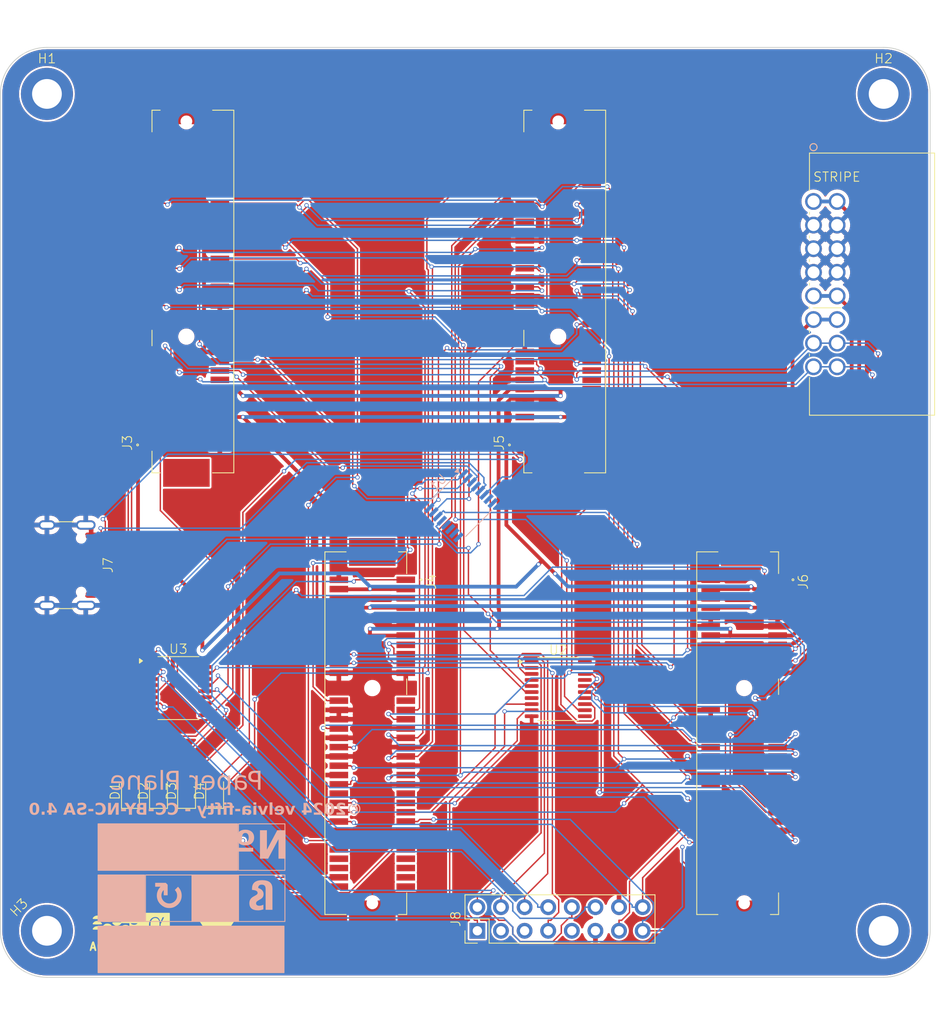
<source format=kicad_pcb>
(kicad_pcb (version 20240108) (generator "pcbnew") (generator_version "8.0")
  (layers (0 "F.Cu" signal) (31 "B.Cu" signal) (34 "B.Paste" user) (35 "F.Paste" user) (36 "B.SilkS" user "B.Silkscreen") (37 "F.SilkS" user "F.Silkscreen") (38 "B.Mask" user) (39 "F.Mask" user) (44 "Edge.Cuts" user))
  (net 0 "")
  (net 1 "GND")
  (net 2 "+5V")
  (net 3 "+12V")
  (net 4 "-12V")
  (net 5 "/Bus/CON_GATE")
  (net 6 "/Bus/CON_CV")
  (net 11 "/Bus/I2C1_SDA")
  (net 12 "/Bus/I2C1_SCL")
  (net 13 "/Bus/I2C0_SDA")
  (net 14 "/Bus/I2C0_SCL")
  (net 31 "/Bus/Audio_OUT_C")
  (net 32 "/Bus/Audio_IN_B")
  (net 33 "/Bus/Audio_IN_D")
  (net 34 "/Bus/OUT_GATE 0")
  (net 35 "/Bus/Audio_IN_C")
  (net 36 "/Bus/OUT_CV 0")
  (net 37 "/Bus/Audio_IN_A")
  (net 38 "/Bus/Audio_OUT_B")
  (net 39 "/Bus/Audio_OUT_A")
  (net 40 "/Bus/Audio_OUT_D")
  (net 41 "/Bus/USB0_DP")
  (net 42 "/Bus/USB0_DM")
  (net 43 "/Bus/USB1_DP")
  (net 44 "/Bus/USB1_DM")
  (net 45 "/Bus/USB2_DP")
  (net 46 "/Bus/USB2_DM")
  (net 47 "/Bus/USB3_DP")
  (net 48 "/Bus/USB3_DM")
  (net 50 "/Bus/USBH_DP")
  (net 51 "/Bus/USBH_DM")
  (net 59 "Net-(D1-K)")
  (net 60 "Net-(D1-A)")
  (net 61 "Net-(D2-K)")
  (net 62 "Net-(D2-A)")
  (net 63 "Net-(D3-A)")
  (net 64 "Net-(D3-K)")
  (net 65 "Net-(D4-K)")
  (net 66 "Net-(D4-A)")
  (net 67 "/Bus/I2C_ADDR_1")
  (net 68 "/Bus/I2C1_SDA_C0")
  (net 69 "/Bus/I2C0_SCL_C0")
  (net 70 "/Bus/I2C_ADDR_0")
  (net 71 "/Bus/I2C_ADDR_2")
  (net 72 "/Bus/I2C1_SCL_C0")
  (net 73 "/Bus/I2C0_SDA_C0")
  (net 74 "/Bus/I2C1_SDA_C1")
  (net 75 "/Bus/I2C0_SCL_C1")
  (net 76 "/Bus/I2C1_SCL_C1")
  (net 77 "/Bus/I2C0_SDA_C1")
  (net 78 "/Bus/I2C1_SDA_C2")
  (net 79 "/Bus/I2C0_SCL_C2")
  (net 80 "/Bus/I2C1_SCL_C2")
  (net 81 "/Bus/I2C0_SDA_C2")
  (net 82 "/Bus/I2C1_SDA_C3")
  (net 83 "/Bus/I2C0_SCL_C3")
  (net 84 "/Bus/I2C1_SCL_C3")
  (net 85 "/Bus/I2C0_SDA_C3")
  (net 86 "/Bus/I2C0_ADR1")
  (net 89 "/Bus/I2C0_ADR0")
  (net 93 "/Bus/I2C0_ADR2")
  (net 94 "/Bus/I2C1_ADR2")
  (net 100 "/Bus/I2C1_ADR0")
  (net 101 "/Bus/I2C1_ADR1")
  (footprint "Package_SO:TSSOP-20_4.4x6.5mm_P0.65mm" (layer "F.Cu") (at 184.7625 114.85)
    (property "Reference" "U2")
    (property "Value" "PCA9544APW")
  )
  (footprint "AT-Footprints:PCIe x4 SMD AMPHENOL_10061913-111PLF" (layer "F.Cu") (at 144.7625 76.95 90)
    (property "Reference" "J3")
    (property "Value" "~")
  )
  (footprint "LED_SMD:LED_0805_2012Metric_Pad1.15x1.40mm_HandSolder" (layer "F.Cu") (at 144.7825 125.825 90)
    (property "Reference" "D3")
    (property "Value" "Card 2")
  )
  (footprint "Symbol:OSHW-Logo2_7.3x6mm_SilkScreen" (layer "F.Cu") (at 148.0431 141.630501)
    (property "Reference" "REF**" (hide yes))
    (property "Value" "OSHW-Logo2_7.3x6mm_SilkScreen" (hide yes))
  )
  (footprint "LED_SMD:LED_0805_2012Metric_Pad1.15x1.40mm_HandSolder" (layer "F.Cu") (at 138.7425 125.825 90)
    (property "Reference" "D1")
    (property "Value" "Card 0")
  )
  (footprint "Connector_PinHeader_2.54mm:PinHeader_2x08_P2.54mm_Vertical" (layer "F.Cu") (at 176.0625 140.85 90)
    (property "Reference" "J8")
    (property "Value" "EXT_MCU_I2C")
  )
  (footprint "AT-Footprints:EURORACK Right Angle" (layer "F.Cu") (at 212.2225 62.417 -90)
    (property "Reference" "J2" (hide yes))
    (property "Value" "OPT EURO" (hide yes))
  )
  (footprint "Package_SO:TSSOP-20_4.4x6.5mm_P0.65mm" (layer "F.Cu") (at 143.9 114.75)
    (property "Reference" "U3")
    (property "Value" "PCA9544APW")
  )
  (footprint "Connector_USB:USB_C_Receptacle_GCT_USB4105-xx-A_16P_TopMnt_Horizontal" (layer "F.Cu") (at 130.8375 101.53 -90)
    (property "Reference" "J7")
    (property "Value" "USB_C_Receptacle_USB2.0_14P")
  )
  (footprint "AT-Footprints:at-logo" (layer "F.Cu") (at 138.918236 138.580441)
    (property "Reference" "G***" (hide yes))
    (property "Value" "LOGO" (hide yes))
  )
  (footprint "MountingHole:MountingHole_3.2mm_M3_DIN965_Pad" (layer "F.Cu") (at 129.7625 140.85)
    (property "Reference" "H3")
    (property "Value" "M3")
  )
  (footprint "MountingHole:MountingHole_3.2mm_M3_DIN965_Pad" (layer "F.Cu") (at 219.7625 140.85)
    (property "Reference" "H4" (hide yes))
    (property "Value" "M3" (hide yes))
  )
  (footprint "MountingHole:MountingHole_3.2mm_M3_DIN965_Pad" (layer "F.Cu") (at 219.7625 50.85)
    (property "Reference" "H2")
    (property "Value" "M3")
  )
  (footprint "AT-Footprints:PCIe x4 SMD AMPHENOL_10061913-111PLF" (layer "F.Cu") (at 204.7625 114.75 -90)
    (property "Reference" "J6")
    (property "Value" "~")
  )
  (footprint "LED_SMD:LED_0805_2012Metric_Pad1.15x1.40mm_HandSolder" (layer "F.Cu") (at 147.8025 125.825 90)
    (property "Reference" "D4")
    (property "Value" "Card 3")
  )
  (footprint "AT-Footprints:PCIe x4 SMD AMPHENOL_10061913-111PLF" (layer "F.Cu") (at 164.7625 114.75 -90)
    (property "Reference" "J4")
    (property "Value" "~")
  )
  (footprint "LED_SMD:LED_0805_2012Metric_Pad1.15x1.40mm_HandSolder" (layer "F.Cu") (at 141.7625 125.825 90)
    (property "Reference" "D2")
    (property "Value" "Card 1")
  )
  (footprint "MountingHole:MountingHole_3.2mm_M3_DIN965_Pad" (layer "F.Cu") (at 129.7625 50.85)
    (property "Reference" "H1")
    (property "Value" "M3")
  )
  (footprint "AT-Footprints:PCIe x4 SMD AMPHENOL_10061913-111PLF" (layer "F.Cu") (at 184.7625 76.95 90)
    (property "Reference" "J5")
    (property "Value" "~")
  )
  (footprint "Package_SO:SSOP-16_3.9x4.9mm_P0.635mm" (layer "B.Cu") (at 174.3015 95.1341 -135)
    (property "Reference" "U1")
    (property "Value" "PLACEHOLDER SL2.1s")
  )
  (gr_rect (start 135.2625 134.85) (end 140.2625 139.85) (stroke (width 0.1)) (fill solid) (layer "B.SilkS"))
  (gr_poly (pts (xy 150.3625 129.35) (xy 155.3625 129.35) (xy 155.3625 134.35) (xy 150.3625 134.350001)) (stroke (width 0.1)) (fill none) (layer "B.SilkS"))
  (gr_rect (start 140.3625 134.85) (end 145.3625 139.85) (stroke (width 0.1)) (fill none) (layer "B.SilkS"))
  (gr_rect (start 150.3625 134.85) (end 155.3625 139.85) (stroke (width 0.1)) (fill none) (layer "B.SilkS"))
  (gr_poly (pts (xy 135.2625 129.35) (xy 150.2625 129.35) (xy 150.2625 134.350001) (xy 135.2625 134.35)) (stroke (width 0.1)) (fill solid) (layer "B.SilkS"))
  (gr_rect (start 145.3625 134.85) (end 150.3625 139.85) (stroke (width 0.1)) (fill solid) (layer "B.SilkS"))
  (gr_rect (start 135.2625 140.35) (end 155.2625 145.35) (stroke (width 0.1)) (fill solid) (layer "B.SilkS"))
  (gr_line (start 219.7625 45.85) (end 129.7625 45.85) (stroke (width 0.1)) (layer "Edge.Cuts"))
  (gr_line (start 219.7625 145.85) (end 129.7625 145.85) (stroke (width 0.1)) (layer "Edge.Cuts"))
  (gr_line (start 124.7625 140.85) (end 124.7625 50.85) (stroke (width 0.1)) (layer "Edge.Cuts"))
  (gr_arc (start 219.7625 45.85) (mid 223.298034 47.314466) (end 224.7625 50.85) (stroke (width 0.1)) (layer "Edge.Cuts"))
  (gr_arc (start 124.7625 50.85) (mid 126.226966 47.314466) (end 129.7625 45.85) (stroke (width 0.1)) (layer "Edge.Cuts"))
  (gr_arc (start 224.7625 140.85) (mid 223.298034 144.385534) (end 219.7625 145.85) (stroke (width 0.1)) (layer "Edge.Cuts"))
  (gr_arc (start 129.7625 145.85) (mid 126.226966 144.385534) (end 124.7625 140.85) (stroke (width 0.1)) (layer "Edge.Cuts"))
  (gr_line (start 224.7625 50.85) (end 224.7625 140.85) (stroke (width 0.1)) (layer "Edge.Cuts"))
  (gr_text "Nº" (at 152.8625 131.85 0) (layer "B.SilkS") (effects (font (size 3 3) (thickness 0.3) (bold yes)) (justify mirror)))
  (gr_text "\n\n" (at 152.3625 135.85 0) (layer "B.SilkS") (effects (font (size 1 1) (thickness 0.1)) (justify left bottom mirror)))
  (gr_text "©2024 velvia-fifty - CC-BY-NC-SA 4.0" (at 145.7625 127.85 0) (layer "B.SilkS") (effects (font (size 1.25 1.25) (thickness 0.25) (bold yes)) (justify mirror)))
  (gr_text "↺" (at 142.8625 137.35 0) (layer "B.SilkS") (effects (font (size 3 3) (thickness 0.3) (bold yes)) (justify mirror)))
  (gr_text "ß" (at 152.8625 137.35 0) (layer "B.SilkS") (effects (font (size 3 3) (thickness 0.3) (bold yes)) (justify mirror)))
  (gr_text "Paper Plane" (at 144.7625 124.85 0) (layer "B.SilkS") (effects (font (size 2 2) (thickness 0.1)) (justify mirror)))
  (segment (start 205.5062 103.8199) (end 205.2261 104.1) (width 0.406) (layer "F.Cu") (net 2))
  (segment (start 208.3625 104.1) (end 209.9672 104.1) (width 0.406) (layer "F.Cu") (net 2))
  (segment (start 166.7578 104.1) (end 164.5148 104.1) (width 0.406) (layer "F.Cu") (net 2))
  (segment (start 148.3625 87.6) (end 141.1625 87.6) (width 0.406) (layer "F.Cu") (net 2))
  (segment (start 168.3625 104.1) (end 166.7578 104.1) (width 0.406) (layer "F.Cu") (net 2))
  (segment (start 164.5148 104.1) (end 164.5148 104.0674) (width 0.406) (layer "F.Cu") (net 2))
  (segment (start 161.1863 104.1238) (end 164.491 104.1238) (width 0.406) (layer "F.Cu") (net 2))
  (segment (start 209.9672 77.3723) (end 209.9672 104.1) (width 0.406) (layer "F.Cu") (net 2))
  (segment (start 188.3625 87.6) (end 181.1625 87.6) (width 0.406) (layer "F.Cu") (net 2))
  (segment (start 179.1822 87.9756) (end 179.1822 97.2079) (width 0.406) (layer "F.Cu") (net 2))
  (segment (start 205.7863 104.1) (end 205.5062 103.8199) (width 0.406) (layer "F.Cu") (net 2))
  (segment (start 179.5578 87.6) (end 179.1822 87.9756) (width 0.406) (layer "F.Cu") (net 2))
  (segment (start 181.1625 87.6) (end 179.5578 87.6) (width 0.406) (layer "F.Cu") (net 2))
  (segment (start 146.4849 110.6881) (end 146.4849 105.5106) (width 0.406) (layer "F.Cu") (net 2))
  (segment (start 212.2225 75.117) (end 209.9672 77.3723) (width 0.406) (layer "F.Cu") (net 2))
  (segment (start 183.0263 101.052) (end 182.6344 101.4439) (width 0.406) (layer "F.Cu") (net 2))
  (segment (start 146.4849 105.5106) (end 139.5578 98.5835) (width 0.406) (layer "F.Cu") (net 2))
  (segment (start 179.1822 97.2079) (end 183.0263 101.052) (width 0.406) (layer "F.Cu") (net 2))
  (segment (start 139.5578 98.5835) (end 139.5578 87.6) (width 0.406) (layer "F.Cu") (net 2))
  (segment (start 161.1625 104.1) (end 161.1863 104.1238) (width 0.406) (layer "F.Cu") (net 2))
  (segment (start 164.491 104.1238) (end 164.5148 104.1) (width 0.406) (layer "F.Cu") (net 2))
  (segment (start 208.3625 104.1) (end 205.7863 104.1) (width 0.406) (layer "F.Cu") (net 2))
  (segment (start 183.0263 101.052) (end 184.4233 102.449) (width 0.406) (layer "F.Cu") (net 2))
  (segment (start 205.2261 104.1) (end 201.1625 104.1) (width 0.406) (layer "F.Cu") (net 2))
  (segment (start 141.1625 87.6) (end 139.5578 87.6) (width 0.406) (layer "F.Cu") (net 2))
  (via (at 164.5148 104.0674) (size 0.46) (drill 0.3) (layers "F.Cu" "B.Cu") (net 2))
  (via (at 205.5062 103.8199) (size 0.46) (drill 0.3) (layers "F.Cu" "B.Cu") (net 2))
  (via (at 146.4849 110.6881) (size 0.46) (drill 0.3) (layers "F.Cu" "B.Cu") (net 2))
  (via (at 182.6344 101.4439) (size 0.46) (drill 0.3) (layers "F.Cu" "B.Cu") (net 2))
  (via (at 184.4233 102.449) (size 0.46) (drill 0.3) (layers "F.Cu" "B.Cu") (net 2))
  (segment (start 214.7625 75.117) (end 212.2225 75.117) (width 0.406) (layer "B.Cu") (net 2))
  (segment (start 154.7566 102.4164) (end 163.0904 102.4164) (width 0.406) (layer "B.Cu") (net 2))
  (segment (start 185.7942 103.8199) (end 184.4233 102.449) (width 0.406) (layer "B.Cu") (net 2))
  (segment (start 164.5148 103.8408) (end 164.5148 104.0674) (width 0.406) (layer "B.Cu") (net 2))
  (segment (start 180.2375 103.8408) (end 164.5148 103.8408) (width 0.406) (layer "B.Cu") (net 2))
  (segment (start 163.0904 102.4164) (end 164.5148 103.8408) (width 0.406) (layer "B.Cu") (net 2))
  (segment (start 205.5062 103.8199) (end 185.7942 103.8199) (width 0.406) (layer "B.Cu") (net 2))
  (segment (start 182.6344 101.4439) (end 180.2375 103.8408) (width 0.406) (layer "B.Cu") (net 2))
  (segment (start 146.4849 110.6881) (end 154.7566 102.4164) (width 0.406) (layer "B.Cu") (net 2))
  (segment (start 148.3625 85.6) (end 141.1625 85.6) (width 0.406) (layer "F.Cu") (net 3))
  (segment (start 216.324 74.1385) (end 216.324 99.7432) (width 0.406) (layer "F.Cu") (net 3))
  (segment (start 185.0105 85.6) (end 181.1625 85.6) (width 0.406) (layer "F.Cu") (net 3))
  (segment (start 214.7625 72.577) (end 216.324 74.1385) (width 0.406) (layer "F.Cu") (net 3))
  (segment (start 150.851 85.6) (end 149.9672 85.6) (width 0.406) (layer "F.Cu") (net 3))
  (segment (start 168.3625 106.1) (end 164.5148 106.1) (width 0.406) (layer "F.Cu") (net 3))
  (segment (start 148.3625 85.6) (end 149.9672 85.6) (width 0.406) (layer "F.Cu") (net 3))
  (segment (start 201.1625 106.1) (end 205.5062 106.1) (width 0.406) (layer "F.Cu") (net 3))
  (segment (start 208.3625 106.1) (end 209.9672 106.1) (width 0.406) (layer "F.Cu") (net 3))
  (segment (start 216.324 99.7432) (end 209.9672 106.1) (width 0.406) (layer "F.Cu") (net 3))
  (segment (start 185.0105 85.6015) (end 185.0105 85.6) (width 0.406) (layer "F.Cu") (net 3))
  (segment (start 164.5148 106.0972) (end 164.5148 106.1) (width 0.406) (layer "F.Cu") (net 3))
  (segment (start 205.5062 106.1) (end 208.3625 106.1) (width 0.406) (layer "F.Cu") (net 3))
  (segment (start 205.5062 106.0972) (end 205.5062 106.1) (width 0.406) (layer "F.Cu") (net 3))
  (segment (start 161.1625 106.1) (end 159.5578 106.1) (width 0.406) (layer "F.Cu") (net 3))
  (segment (start 164.5148 106.1) (end 161.1625 106.1) (width 0.406) (layer "F.Cu") (net 3))
  (segment (start 188.3625 85.6) (end 185.0105 85.6) (width 0.406) (layer "F.Cu") (net 3))
  (segment (start 159.5578 106.1) (end 159.5578 94.3068) (width 0.406) (layer "F.Cu") (net 3))
  (segment (start 150.851 85.6) (end 150.851 85.5999) (width 0.406) (layer "F.Cu") (net 3))
  (segment (start 159.5578 94.3068) (end 150.851 85.6) (width 0.406) (layer "F.Cu") (net 3))
  (via (at 185.0105 85.6015) (size 0.46) (drill 0.3) (layers "F.Cu" "B.Cu") (net 3))
  (via (at 205.5062 106.0972) (size 0.46) (drill 0.3) (layers "F.Cu" "B.Cu") (net 3))
  (via (at 150.851 85.5999) (size 0.46) (drill 0.3) (layers "F.Cu" "B.Cu") (net 3))
  (via (at 164.5148 106.0972) (size 0.46) (drill 0.3) (layers "F.Cu" "B.Cu") (net 3))
  (segment (start 185.0089 85.5999) (end 150.851 85.5999) (width 0.406) (layer "B.Cu") (net 3))
  (segment (start 205.3423 105.9333) (end 164.6787 105.9333) (width 0.406) (layer "B.Cu") (net 3))
  (segment (start 185.0105 85.6015) (end 185.0089 85.5999) (width 0.406) (layer "B.Cu") (net 3))
  (segment (start 164.6787 105.9333) (end 164.5148 106.0972) (width 0.406) (layer "B.Cu") (net 3))
  (segment (start 214.7625 72.577) (end 212.2225 72.577) (width 0.406) (layer "B.Cu") (net 3))
  (segment (start 205.5062 106.0972) (end 205.3423 105.9333) (width 0.406) (layer "B.Cu") (net 3))
  (segment (start 164.5148 109.1) (end 161.1625 109.1) (width 0.406) (layer "F.Cu") (net 4))
  (segment (start 217.1404 64.7949) (end 217.1404 101.9268) (width 0.406) (layer "F.Cu") (net 4))
  (segment (start 178.3439 83.8139) (end 179.5578 82.6) (width 0.406) (layer "F.Cu") (net 4))
  (segment (start 185.0105 83.3242) (end 185.0105 82.6) (width 0.406) (layer "F.Cu") (net 4))
  (segment (start 214.7625 62.417) (end 217.1404 64.7949) (width 0.406) (layer "F.Cu") (net 4))
  (segment (start 168.3625 109.1) (end 164.5148 109.1) (width 0.406) (layer "F.Cu") (net 4))
  (segment (start 203.265 109.1) (end 208.3625 109.1) (width 0.406) (layer "F.Cu") (net 4))
  (segment (start 208.3625 109.1) (end 209.9672 109.1) (width 0.406) (layer "F.Cu") (net 4))
  (segment (start 203.265 109.1) (end 203.265 108.3729) (width 0.406) (layer "F.Cu") (net 4))
  (segment (start 188.3625 82.6) (end 185.0105 82.6) (width 0.406) (layer "F.Cu") (net 4))
  (segment (start 178.1854 108.3709) (end 178.3968 108.1595) (width 0.406) (layer "F.Cu") (net 4))
  (segment (start 181.1625 82.6) (end 179.5578 82.6) (width 0.406) (layer "F.Cu") (net 4))
  (segment (start 148.3625 82.6) (end 141.1625 82.6) (width 0.406) (layer "F.Cu") (net 4))
  (segment (start 164.5148 108.3745) (end 164.5148 109.1) (width 0.406) (layer "F.Cu") (net 4))
  (segment (start 178.3439 106.2226) (end 178.3439 83.8139) (width 0.406) (layer "F.Cu") (net 4))
  (segment (start 150.851 83.3242) (end 150.1268 82.6) (width 0.406) (layer "F.Cu") (net 4))
  (segment (start 201.1625 109.1) (end 203.265 109.1) (width 0.406) (layer "F.Cu") (net 4))
  (segment (start 217.1404 101.9268) (end 209.9672 109.1) (width 0.406) (layer "F.Cu") (net 4))
  (segment (start 178.3968 106.2755) (end 178.3439 106.2226) (width 0.406) (layer "F.Cu") (net 4))
  (segment (start 178.3968 108.1595) (end 178.3968 106.2755) (width 0.406) (layer "F.Cu") (net 4))
  (segment (start 185.0105 82.6) (end 181.1625 82.6) (width 0.406) (layer "F.Cu") (net 4))
  (segment (start 150.1268 82.6) (end 148.3625 82.6) (width 0.406) (layer "F.Cu") (net 4))
  (via (at 164.5148 108.3745) (size 0.46) (drill 0.3) (layers "F.Cu" "B.Cu") (net 4))
  (via (at 150.851 83.3242) (size 0.46) (drill 0.3) (layers "F.Cu" "B.Cu") (net 4))
  (via (at 185.0105 83.3242) (size 0.46) (drill 0.3) (layers "F.Cu" "B.Cu") (net 4))
  (via (at 203.265 108.3729) (size 0.46) (drill 0.3) (layers "F.Cu" "B.Cu") (net 4))
  (via (at 178.1854 108.3709) (size 0.46) (drill 0.3) (layers "F.Cu" "B.Cu") (net 4))
  (segment (start 214.7625 62.417) (end 212.2225 62.417) (width 0.406) (layer "B.Cu") (net 4))
  (segment (start 178.1838 108.3745) (end 178.1854 108.3729) (width 0.406) (layer "B.Cu") (net 4))
  (segment (start 164.5148 108.3745) (end 178.1838 108.3745) (width 0.406) (layer "B.Cu") (net 4))
  (segment (start 178.1854 108.3729) (end 178.1854 108.3709) (width 0.406) (layer "B.Cu") (net 4))
  (segment (start 150.851 83.3242) (end 185.0105 83.3242) (width 0.406) (layer "B.Cu") (net 4))
  (segment (start 178.1854 108.3729) (end 203.265 108.3729) (width 0.406) (layer "B.Cu") (net 4))
  (segment (start 142.9758 80.6) (end 143.9101 81.5343) (width 0.1524) (layer "F.Cu") (net 5))
  (segment (start 208.3625 111.1) (end 209.7077 111.1) (width 0.1524) (layer "F.Cu") (net 5))
  (segment (start 143.9101 81.5343) (end 146.2601 81.5343) (width 0.1524) (layer "F.Cu") (net 5))
  (segment (start 181.1625 80.6) (end 182.2888 80.6) (width 0.1524) (layer "F.Cu") (net 5))
  (segment (start 182.2888 80.6) (end 183.2969 81.6081) (width 0.1524) (layer "F.Cu") (net 5))
  (segment (start 218.5626 81.0469) (end 218.5626 102.2451) (width 0.1524) (layer "F.Cu") (net 5))
  (segment (start 218.5626 102.2451) (end 210.281 110.5267) (width 0.1524) (layer "F.Cu") (net 5))
  (segment (start 166.5938 109.9675) (end 167.0846 110.4583) (width 0.1524) (layer "F.Cu") (net 5))
  (segment (start 141.1625 80.6) (end 142.9758 80.6) (width 0.1524) (layer "F.Cu") (net 5))
  (segment (start 209.7077 111.1) (end 210.281 110.5267) (width 0.1524) (layer "F.Cu") (net 5))
  (segment (start 168.3625 111.1) (end 167.0846 111.1) (width 0.1524) (layer "F.Cu") (net 5))
  (segment (start 167.0846 110.4583) (end 167.0846 111.1) (width 0.1524) (layer "F.Cu") (net 5))
  (via (at 218.5626 81.0469) (size 0.46) (drill 0.3) (layers "F.Cu" "B.Cu") (net 5))
  (via (at 146.2601 81.5343) (size 0.46) (drill 0.3) (layers "F.Cu" "B.Cu") (net 5))
  (via (at 166.5938 109.9675) (size 0.46) (drill 0.3) (layers "F.Cu" "B.Cu") (net 5))
  (via (at 183.2969 81.6081) (size 0.46) (drill 0.3) (layers "F.Cu" "B.Cu") (net 5))
  (via (at 210.281 110.5267) (size 0.46) (drill 0.3) (layers "F.Cu" "B.Cu") (net 5))
  (segment (start 146.2601 81.5343) (end 146.5354 81.8096) (width 0.1524) (layer "B.Cu") (net 5))
  (segment (start 214.7625 80.197) (end 217.7127 80.197) (width 0.1524) (layer "B.Cu") (net 5))
  (segment (start 146.5354 81.8096) (end 183.0954 81.8096) (width 0.1524) (layer "B.Cu") (net 5))
  (segment (start 217.7127 80.197) (end 218.5626 81.0469) (width 0.1524) (layer "B.Cu") (net 5))
  (segment (start 210.3248 82.0947) (end 183.7835 82.0947) (width 0.1524) (layer "B.Cu") (net 5))
  (segment (start 209.7218 109.9675) (end 210.281 110.5267) (width 0.1524) (layer "B.Cu") (net 5))
  (segment (start 212.2225 80.197) (end 210.3248 82.0947) (width 0.1524) (layer "B.Cu") (net 5))
  (segment (start 212.2225 80.197) (end 214.7625 80.197) (width 0.1524) (layer "B.Cu") (net 5))
  (segment (start 183.7835 82.0947) (end 183.2969 81.6081) (width 0.1524) (layer "B.Cu") (net 5))
  (segment (start 166.5938 109.9675) (end 209.7218 109.9675) (width 0.1524) (layer "B.Cu") (net 5))
  (segment (start 183.0954 81.8096) (end 183.2969 81.6081) (width 0.1524) (layer "B.Cu") (net 5))
  (segment (start 168.3625 112.1) (end 167.0846 112.1) (width 0.1524) (layer "F.Cu") (net 6))
  (segment (start 142.4712 77.9405) (end 142.4712 79.5692) (width 0.1524) (layer "F.Cu") (net 6))
  (segment (start 182.4404 79.9523) (end 182.8705 80.3824) (width 0.1524) (layer "F.Cu") (net 6))
  (segment (start 182.4404 79.6) (end 182.4404 79.9523) (width 0.1524) (layer "F.Cu") (net 6))
  (segment (start 219.17 78.7696) (end 219.17 102.8812) (width 0.1524) (layer "F.Cu") (net 6))
  (segment (start 208.3625 112.1) (end 209.6404 112.1) (width 0.1524) (layer "F.Cu") (net 6))
  (segment (start 167.0846 112.1) (end 166.5064 111.5218) (width 0.1524) (layer "F.Cu") (net 6))
  (segment (start 219.17 102.8812) (end 210.281 111.7702) (width 0.1524) (layer "F.Cu") (net 6))
  (segment (start 209.6404 112.1) (end 209.9702 111.7702) (width 0.1524) (layer "F.Cu") (net 6))
  (segment (start 209.9702 111.7702) (end 210.281 111.7702) (width 0.1524) (layer "F.Cu") (net 6))
  (segment (start 166.5064 111.5218) (end 166.5064 110.6518) (width 0.1524) (layer "F.Cu") (net 6))
  (segment (start 142.4712 79.5692) (end 142.4404 79.6) (width 0.1524) (layer "F.Cu") (net 6))
  (segment (start 141.1625 79.6) (end 142.4404 79.6) (width 0.1524) (layer "F.Cu") (net 6))
  (segment (start 181.1625 79.6) (end 182.4404 79.6) (width 0.1524) (layer "F.Cu") (net 6))
  (via (at 142.4712 77.9405) (size 0.46) (drill 0.3) (layers "F.Cu" "B.Cu") (net 6))
  (via (at 219.17 78.7696) (size 0.46) (drill 0.3) (layers "F.Cu" "B.Cu") (net 6))
  (via (at 182.8705 80.3824) (size 0.46) (drill 0.3) (layers "F.Cu" "B.Cu") (net 6))
  (via (at 166.5064 110.6518) (size 0.46) (drill 0.3) (layers "F.Cu" "B.Cu") (net 6))
  (via (at 210.281 111.7702) (size 0.46) (drill 0.3) (layers "F.Cu" "B.Cu") (net 6))
  (segment (start 182.8705 80.3824) (end 183.1427 80.6546) (width 0.1524) (layer "B.Cu") (net 6))
  (segment (start 183.1427 80.6546) (end 209.2249 80.6546) (width 0.1524) (layer "B.Cu") (net 6))
  (segment (start 178.407 80.6649) (end 182.588 80.6649) (width 0.1524) (layer "B.Cu") (net 6))
  (segment (start 166.0432 109.7339) (end 166.3697 109.4074) (width 0.1524) (layer "B.Cu") (net 6))
  (segment (start 182.588 80.6649) (end 182.8705 80.3824) (width 0.1524) (layer "B.Cu") (net 6))
  (segment (start 210.8338 110.3426) (end 210.8338 111.2174) (width 0.1524) (layer "B.Cu") (net 6))
  (segment (start 210.8338 111.2174) (end 210.281 111.7702) (width 0.1524) (layer "B.Cu") (net 6))
  (segment (start 209.2249 80.6546) (end 212.2225 77.657) (width 0.1524) (layer "B.Cu") (net 6))
  (segment (start 209.8986 109.4074) (end 210.8338 110.3426) (width 0.1524) (layer "B.Cu") (net 6))
  (segment (start 212.2225 77.657) (end 214.7625 77.657) (width 0.1524) (layer "B.Cu") (net 6))
  (segment (start 142.4712 77.9405) (end 144.9131 80.3824) (width 0.1524) (layer "B.Cu") (net 6))
  (segment (start 166.5064 110.6518) (end 166.0432 110.1886) (width 0.1524) (layer "B.Cu") (net 6))
  (segment (start 166.0432 110.1886) (end 166.0432 109.7339) (width 0.1524) (layer "B.Cu") (net 6))
  (segment (start 166.3697 109.4074) (end 209.8986 109.4074) (width 0.1524) (layer "B.Cu") (net 6))
  (segment (start 218.0574 77.657) (end 219.17 78.7696) (width 0.1524) (layer "B.Cu") (net 6))
  (segment (start 214.7625 77.657) (end 218.0574 77.657) (width 0.1524) (layer "B.Cu") (net 6))
  (segment (start 144.9131 80.3824) (end 178.1245 80.3824) (width 0.1524) (layer "B.Cu") (net 6))
  (segment (start 178.1245 80.3824) (end 178.407 80.6649) (width 0.1524) (layer "B.Cu") (net 6))
  (segment (start 184.8104 138.8763) (end 183.9646 139.7221) (width 0.1524) (layer "F.Cu") (net 12))
  (segment (start 184.1334 136.8609) (end 184.8104 137.5379) (width 0.1524) (layer "F.Cu") (net 12))
  (segment (start 147.479 113.125) (end 146.7625 113.125) (width 0.1524) (layer "F.Cu") (net 12))
  (segment (start 183.9646 139.7221) (end 183.6825 139.7221) (width 0.1524) (layer "F.Cu") (net 12))
  (segment (start 184.8104 137.5379) (end 184.8104 138.8763) (width 0.1524) (layer "F.Cu") (net 12))
  (segment (start 148.0559 112.5481) (end 147.479 113.125) (width 0.1524) (layer "F.Cu") (net 12))
  (segment (start 183.6825 140.85) (end 183.6825 139.7221) (width 0.1524) (layer "F.Cu") (net 12))
  (segment (start 184.1334 113.1321) (end 184.1334 136.8609) (width 0.1524) (layer "F.Cu") (net 12))
  (via (at 148.0559 112.5481) (size 0.46) (drill 0.3) (layers "F.Cu" "B.Cu") (net 12))
  (via (at 184.1334 113.1321) (size 0.46) (drill 0.3) (layers "F.Cu" "B.Cu") (net 12))
  (segment (start 148.0559 112.5481) (end 183.5494 112.5481) (width 0.1524) (layer "B.Cu") (net 12))
  (segment (start 183.5494 112.5481) (end 184.1334 113.1321) (width 0.1524) (layer "B.Cu") (net 12))
  (segment (start 173.0848 137.0264) (end 173.0848 126.9286) (width 0.1524) (layer "F.Cu") (net 14))
  (segment (start 176.0625 140.85) (end 176.0625 139.7221) (width 0.1524) (layer "F.Cu") (net 14))
  (segment (start 188.9299 113.7577) (end 188.3972 113.225) (width 0.1524) (layer "F.Cu") (net 14))
  (segment (start 176.0625 139.7221) (end 175.7805 139.7221) (width 0.1524) (layer "F.Cu") (net 14))
  (segment (start 173.0848 126.9286) (end 178.9919 121.0215) (width 0.1524) (layer "F.Cu") (net 14))
  (segment (start 175.7805 139.7221) (end 173.0848 137.0264) (width 0.1524) (layer "F.Cu") (net 14))
  (segment (start 178.9919 117.2558) (end 178.992 117.2558) (width 0.1524) (layer "F.Cu") (net 14))
  (segment (start 178.9919 121.0215) (end 178.9919 117.2558) (width 0.1524) (layer "F.Cu") (net 14))
  (segment (start 188.3972 113.225) (end 187.625 113.225) (width 0.1524) (layer "F.Cu") (net 14))
  (via (at 178.992 117.2558) (size 0.46) (drill 0.3) (layers "F.Cu" "B.Cu") (net 14))
  (via (at 188.9299 113.7577) (size 0.46) (drill 0.3) (layers "F.Cu" "B.Cu") (net 14))
  (segment (start 178.992 117.2558) (end 185.4318 117.2558) (width 0.1524) (layer "B.Cu") (net 14))
  (segment (start 185.4318 117.2558) (end 188.9299 113.7577) (width 0.1524) (layer "B.Cu") (net 14))
  (segment (start 166.508 122.3135) (end 166.8711 122.3135) (width 0.1524) (layer "F.Cu") (net 31))
  (segment (start 171.2321 69.5254) (end 171.2321 120.5083) (width 0.1524) (layer "F.Cu") (net 31))
  (segment (start 141.1625 69.6) (end 143.9587 69.6) (width 0.1524) (layer "F.Cu") (net 31))
  (segment (start 167.7236 122.1) (end 167.0846 122.1) (width 0.1524) (layer "F.Cu") (net 31))
  (segment (start 168.3625 122.1) (end 169.6404 122.1) (width 0.1524) (layer "F.Cu") (net 31))
  (segment (start 208.3625 122.1) (end 209.6404 122.1) (width 0.1524) (layer "F.Cu") (net 31))
  (segment (start 181.1625 69.6) (end 182.4404 69.6) (width 0.1524) (layer "F.Cu") (net 31))
  (segment (start 166.8711 122.3135) (end 167.0846 122.1) (width 0.1524) (layer "F.Cu") (net 31))
  (segment (start 182.7149 69.8745) (end 182.4404 69.6) (width 0.1524) (layer "F.Cu") (net 31))
  (segment (start 171.1399 69.4332) (end 171.2321 69.5254) (width 0.1524) (layer "F.Cu") (net 31))
  (segment (start 210.281 121.8248) (end 209.9156 121.8248) (width 0.1524) (layer "F.Cu") (net 31))
  (segment (start 209.9156 121.8248) (end 209.6404 122.1) (width 0.1524) (layer "F.Cu") (net 31))
  (segment (start 143.9587 69.6) (end 144.0191 69.6604) (width 0.1524) (layer "F.Cu") (net 31))
  (segment (start 171.2321 120.5083) (end 169.6404 122.1) (width 0.1524) (layer "F.Cu") (net 31))
  (segment (start 167.7236 122.1) (end 168.3625 122.1) (width 0.1524) (layer "F.Cu") (net 31))
  (segment (start 183.0156 69.8745) (end 182.7149 69.8745) (width 0.1524) (layer "F.Cu") (net 31))
  (via (at 210.281 121.8248) (size 0.46) (drill 0.3) (layers "F.Cu" "B.Cu") (net 31))
  (via (at 166.508 122.3135) (size 0.46) (drill 0.3) (layers "F.Cu" "B.Cu") (net 31))
  (via (at 183.0156 69.8745) (size 0.46) (drill 0.3) (layers "F.Cu" "B.Cu") (net 31))
  (via (at 171.1399 69.4332) (size 0.46) (drill 0.3) (layers "F.Cu" "B.Cu") (net 31))
  (via (at 144.0191 69.6604) (size 0.46) (drill 0.3) (layers "F.Cu" "B.Cu") (net 31))
  (segment (start 209.9589 121.5027) (end 210.281 121.8248) (width 0.1524) (layer "B.Cu") (net 31))
  (segment (start 166.508 122.3135) (end 167.3188 121.5027) (width 0.1524) (layer "B.Cu") (net 31))
  (segment (start 171.1399 69.4332) (end 182.5743 69.4332) (width 0.1524) (layer "B.Cu") (net 31))
  (segment (start 145.1972 68.4823) (end 170.189 68.4823) (width 0.1524) (layer "B.Cu") (net 31))
  (segment (start 144.0191 69.6604) (end 145.1972 68.4823) (width 0.1524) (layer "B.Cu") (net 31))
  (segment (start 170.189 68.4823) (end 171.1399 69.4332) (width 0.1524) (layer "B.Cu") (net 31))
  (segment (start 182.5743 69.4332) (end 183.0156 69.8745) (width 0.1524) (layer "B.Cu") (net 31))
  (segment (start 167.3188 121.5027) (end 209.9589 121.5027) (width 0.1524) (layer "B.Cu") (net 31))
  (segment (start 198.9363 120.3948) (end 192.2456 113.7041) (width 0.1524) (layer "F.Cu") (net 32))
  (segment (start 161.1625 121.1) (end 162.4404 121.1) (width 0.1524) (layer "F.Cu") (net 32))
  (segment (start 201.1625 121.1) (end 199.8846 121.1) (width 0.1524) (layer "F.Cu") (net 32))
  (segment (start 199.3081 120.3948) (end 198.9363 120.3948) (width 0.1524) (layer "F.Cu") (net 32))
  (segment (start 199.8846 120.9713) (end 199.8846 121.1) (width 0.1524) (layer "F.Cu") (net 32))
  (segment (start 162.5152 121.1748) (end 162.4404 121.1) (width 0.1524) (layer "F.Cu") (net 32))
  (segment (start 188.3625 70.6) (end 187.0846 70.6) (width 0.1524) (layer "F.Cu") (net 32))
  (segment (start 186.4683 71.2911) (end 187.0846 70.6748) (width 0.1524) (layer "F.Cu") (net 32))
  (segment (start 187.0846 70.6748) (end 187.0846 70.6) (width 0.1524) (layer "F.Cu") (net 32))
  (segment (start 192.2456 72.1419) (end 192.4487 71.9388) (width 0.1524) (layer "F.Cu") (net 32))
  (segment (start 156.7417 70.6) (end 157.6813 69.6604) (width 0.1524) (layer "F.Cu") (net 32))
  (segment (start 192.2456 113.7041) (end 192.2456 72.1419) (width 0.1524) (layer "F.Cu") (net 32))
  (segment (start 199.3081 120.3948) (end 199.8846 120.9713) (width 0.1524) (layer "F.Cu") (net 32))
  (segment (start 162.7693 121.1748) (end 162.5152 121.1748) (width 0.1524) (layer "F.Cu") (net 32))
  (segment (start 148.3625 70.6) (end 156.7417 70.6) (width 0.1524) (layer "F.Cu") (net 32))
  (via (at 199.3081 120.3948) (size 0.46) (drill 0.3) (layers "F.Cu" "B.Cu") (net 32))
  (via (at 192.4487 71.9388) (size 0.46) (drill 0.3) (layers "F.Cu" "B.Cu") (net 32))
  (via (at 186.4683 71.2911) (size 0.46) (drill 0.3) (layers "F.Cu" "B.Cu") (net 32))
  (via (at 157.6813 69.6604) (size 0.46) (drill 0.3) (layers "F.Cu" "B.Cu") (net 32))
  (via (at 162.7693 121.1748) (size 0.46) (drill 0.3) (layers "F.Cu" "B.Cu") (net 32))
  (segment (start 191.8032 71.2911) (end 192.4498 71.9377) (width 0.1524) (layer "B.Cu") (net 32))
  (segment (start 164.7317 119.2124) (end 162.7693 121.1748) (width 0.1524) (layer "B.Cu") (net 32))
  (segment (start 192.4498 71.9377) (end 192.4487 71.9388) (width 0.1524) (layer "B.Cu") (net 32))
  (segment (start 199.3081 120.3948) (end 198.1257 119.2124) (width 0.1524) (layer "B.Cu") (net 32))
  (segment (start 159.312 71.2911) (end 157.6813 69.6604) (width 0.1524) (layer "B.Cu") (net 32))
  (segment (start 186.4683 71.2911) (end 191.8032 71.2911) (width 0.1524) (layer "B.Cu") (net 32))
  (segment (start 198.1257 119.2124) (end 164.7317 119.2124) (width 0.1524) (layer "B.Cu") (net 32))
  (segment (start 186.4683 71.2911) (end 159.312 71.2911) (width 0.1524) (layer "B.Cu") (net 32))
  (segment (start 191.8424 67.3831) (end 191.8424 117.4837) (width 0.1524) (layer "F.Cu") (net 33))
  (segment (start 199.4587 125.1) (end 201.1625 125.1) (width 0.1524) (layer "F.Cu") (net 33))
  (segment (start 187.0818 66.5972) (end 187.0846 66.6) (width 0.1524) (layer "F.Cu") (net 33))
  (segment (start 187.7236 66.6) (end 188.3625 66.6) (width 0.1524) (layer "F.Cu") (net 33))
  (segment (start 162.4404 124.8278) (end 162.4404 125.1) (width 0.1524) (layer "F.Cu") (net 33))
  (segment (start 154.6203 66.6) (end 155.4045 67.3842) (width 0.1524) (layer "F.Cu") (net 33))
  (segment (start 187.7236 66.6) (end 187.0846 66.6) (width 0.1524) (layer "F.Cu") (net 33))
  (segment (start 148.3625 66.6) (end 154.6203 66.6) (width 0.1524) (layer "F.Cu") (net 33))
  (segment (start 186.7558 66.5972) (end 187.0818 66.5972) (width 0.1524) (layer "F.Cu") (net 33))
  (segment (start 161.1625 125.1) (end 162.4404 125.1) (width 0.1524) (layer "F.Cu") (net 33))
  (segment (start 162.7693 124.4989) (end 162.4404 124.8278) (width 0.1524) (layer "F.Cu") (net 33))
  (segment (start 191.8424 117.4837) (end 198.6743 124.3156) (width 0.1524) (layer "F.Cu") (net 33))
  (segment (start 198.6743 124.3156) (end 199.4587 125.1) (width 0.1524) (layer "F.Cu") (net 33))
  (via (at 191.8424 67.3831) (size 0.46) (drill 0.3) (layers "F.Cu" "B.Cu") (net 33))
  (via (at 155.4045 67.3842) (size 0.46) (drill 0.3) (layers "F.Cu" "B.Cu") (net 33))
  (via (at 186.7558 66.5972) (size 0.46) (drill 0.3) (layers "F.Cu" "B.Cu") (net 33))
  (via (at 198.6743 124.3156) (size 0.46) (drill 0.3) (layers "F.Cu" "B.Cu") (net 33))
  (via (at 162.7693 124.4989) (size 0.46) (drill 0.3) (layers "F.Cu" "B.Cu") (net 33))
  (segment (start 198.0253 124.9646) (end 163.235 124.9646) (width 0.1524) (layer "B.Cu") (net 33))
  (segment (start 156.1915 66.5972) (end 186.7558 66.5972) (width 0.1524) (layer "B.Cu") (net 33))
  (segment (start 198.6743 124.3156) (end 198.0253 124.9646) (width 0.1524) (layer "B.Cu") (net 33))
  (segment (start 191.0565 66.5972) (end 191.8424 67.3831) (width 0.1524) (layer "B.Cu") (net 33))
  (segment (start 155.4045 67.3842) (end 156.1915 66.5972) (width 0.1524) (layer "B.Cu") (net 33))
  (segment (start 163.235 124.9646) (end 162.7693 124.4989) (width 0.1524) (layer "B.Cu") (net 33))
  (segment (start 186.7558 66.5972) (end 191.0565 66.5972) (width 0.1524) (layer "B.Cu") (net 33))
  (segment (start 186.7558 81.5678) (end 186.7558 80.9288) (width 0.1524) (layer "F.Cu") (net 34))
  (segment (start 148.3625 80.6) (end 150.4057 80.6) (width 0.1524) (layer "F.Cu") (net 34))
  (segment (start 199.438 110.6534) (end 198.6743 110.6534) (width 0.1524) (layer "F.Cu") (net 34))
  (segment (start 150.4057 80.6) (end 150.851 81.0453) (width 0.1524) (layer "F.Cu") (net 34))
  (segment (start 188.3625 80.6) (end 187.0846 80.6) (width 0.1524) (layer "F.Cu") (net 34))
  (segment (start 162.4606 111.1202) (end 162.4404 111.1) (width 0.1524) (layer "F.Cu") (net 34))
  (segment (start 198.6743 83.4417) (end 198.6743 110.6534) (width 0.1524) (layer "F.Cu") (net 34))
  (segment (start 201.1625 111.1) (end 199.8846 111.1) (width 0.1524) (layer "F.Cu") (net 34))
  (segment (start 186.7558 80.9288) (end 187.0846 80.6) (width 0.1524) (layer "F.Cu") (net 34))
  (segment (start 196.5021 81.2695) (end 198.6743 83.4417) (width 0.1524) (layer "F.Cu") (net 34))
  (segment (start 161.1625 111.1) (end 162.4404 111.1) (width 0.1524) (layer "F.Cu") (net 34))
  (segment (start 162.7693 111.1202) (end 162.4606 111.1202) (width 0.1524) (layer "F.Cu") (net 34))
  (segment (start 199.8846 111.1) (end 199.438 110.6534) (width 0.1524) (layer "F.Cu") (net 34))
  (via (at 198.6743 110.6534) (size 0.46) (drill 0.3) (layers "F.Cu" "B.Cu") (net 34))
  (via (at 150.851 81.0453) (size 0.46) (drill 0.3) (layers "F.Cu" "B.Cu") (net 34))
  (via (at 196.5021 81.2695) (size 0.46) (drill 0.3) (layers "F.Cu" "B.Cu") (net 34))
  (via (at 162.7693 111.1202) (size 0.46) (drill 0.3) (layers "F.Cu" "B.Cu") (net 34))
  (via (at 186.7558 81.5678) (size 0.46) (drill 0.3) (layers "F.Cu" "B.Cu") (net 34))
  (segment (start 187.0541 81.2695) (end 186.7558 81.5678) (width 0.1524) (layer "B.Cu") (net 34))
  (segment (start 186.7558 81.5678) (end 186.2333 81.0453) (width 0.1524) (layer "B.Cu") (net 34))
  (segment (start 196.5021 81.2695) (end 187.0541 81.2695) (width 0.1524) (layer "B.Cu") (net 34))
  (segment (start 186.2333 81.0453) (end 150.851 81.0453) (width 0.1524) (layer "B.Cu") (net 34))
  (segment (start 162.7693 111.1202) (end 162.8436 111.1945) (width 0.1524) (layer "B.Cu") (net 34))
  (segment (start 162.8436 111.1945) (end 198.1332 111.1945) (width 0.1524) (layer "B.Cu") (net 34))
  (segment (start 198.1332 111.1945) (end 198.6743 110.6534) (width 0.1524) (layer "B.Cu") (net 34))
  (segment (start 161.1625 123.1) (end 162.4404 123.1) (width 0.1524) (layer "F.Cu") (net 35))
  (segment (start 162.7693 123.3135) (end 162.6539 123.3135) (width 0.1524) (layer "F.Cu") (net 35))
  (segment (start 156.5887 68.6) (end 157.0322 69.0435) (width 0.1524) (layer "F.Cu") (net 35))
  (segment (start 186.9487 68.7359) (end 187.0846 68.6) (width 0.1524) (layer "F.Cu") (net 35))
  (segment (start 191.235 69.6604) (end 191.235 121.7705) (width 0.1524) (layer "F.Cu") (net 35))
  (segment (start 148.3625 68.6) (end 156.5887 68.6) (width 0.1524) (layer "F.Cu") (net 35))
  (segment (start 191.235 121.7705) (end 191.8424 122.3779) (width 0.1524) (layer "F.Cu") (net 35))
  (segment (start 162.6539 123.3135) (end 162.4404 123.1) (width 0.1524) (layer "F.Cu") (net 35))
  (segment (start 187.7236 68.6) (end 187.0846 68.6) (width 0.1524) (layer "F.Cu") (net 35))
  (segment (start 186.7558 68.7359) (end 186.9487 68.7359) (width 0.1524) (layer "F.Cu") (net 35))
  (segment (start 187.7236 68.6) (end 188.3625 68.6) (width 0.1524) (layer "F.Cu") (net 35))
  (segment (start 199.7079 123.1) (end 198.6591 122.0512) (width 0.1524) (layer "F.Cu") (net 35))
  (segment (start 201.1625 123.1) (end 199.7079 123.1) (width 0.1524) (layer "F.Cu") (net 35))
  (via (at 191.8424 122.3779) (size 0.46) (drill 0.3) (layers "F.Cu" "B.Cu") (net 35))
  (via (at 162.7693 123.3135) (size 0.46) (drill 0.3) (layers "F.Cu" "B.Cu") (net 35))
  (via (at 186.7558 68.7359) (size 0.46) (drill 0.3) (layers "F.Cu" "B.Cu") (net 35))
  (via (at 157.0322 69.0435) (size 0.46) (drill 0.3) (layers "F.Cu" "B.Cu") (net 35))
  (via (at 198.6591 122.0512) (size 0.46) (drill 0.3) (layers "F.Cu" "B.Cu") (net 35))
  (via (at 191.235 69.6604) (size 0.46) (drill 0.3) (layers "F.Cu" "B.Cu") (net 35))
  (segment (start 186.7558 69.3299) (end 190.9045 69.3299) (width 0.1524) (layer "B.Cu") (net 35))
  (segment (start 162.7693 123.3135) (end 190.9068 123.3135) (width 0.1524) (layer "B.Cu") (net 35))
  (segment (start 186.7558 68.7359) (end 186.7558 69.3299) (width 0.1524) (layer "B.Cu") (net 35))
  (segment (start 159.2629 70.4209) (end 185.6648 70.4209) (width 0.1524) (layer "B.Cu") (net 35))
  (segment (start 157.8855 69.0435) (end 159.2629 70.4209) (width 0.1524) (layer "B.Cu") (net 35))
  (segment (start 190.9045 69.3299) (end 191.235 69.6604) (width 0.1524) (layer "B.Cu") (net 35))
  (segment (start 191.8424 122.3779) (end 198.3324 122.3779) (width 0.1524) (layer "B.Cu") (net 35))
  (segment (start 185.6648 70.4209) (end 186.7558 69.3299) (width 0.1524) (layer "B.Cu") (net 35))
  (segment (start 157.0322 69.0435) (end 157.8855 69.0435) (width 0.1524) (layer "B.Cu") (net 35))
  (segment (start 190.9068 123.3135) (end 191.8424 122.3779) (width 0.1524) (layer "B.Cu") (net 35))
  (segment (start 198.3324 122.3779) (end 198.6591 122.0512) (width 0.1524) (layer "B.Cu") (net 35))
  (segment (start 162.7094 112.1) (end 162.7693 112.0401) (width 0.1524) (layer "F.Cu") (net 36))
  (segment (start 162.4404 112.1) (end 162.7094 112.1) (width 0.1524) (layer "F.Cu") (net 36))
  (segment (start 197.2261 83.2531) (end 197.2261 112.1) (width 0.1524) (layer "F.Cu") (net 36))
  (segment (start 194.1197 80.1467) (end 197.2261 83.2531) (width 0.1524) (layer "F.Cu") (net 36))
  (segment (start 197.2261 112.1) (end 201.1625 112.1) (width 0.1524) (layer "F.Cu") (net 36))
  (segment (start 187.0846 79.6003) (end 187.0846 79.6) (width 0.1524) (layer "F.Cu") (net 36))
  (segment (start 148.3625 79.6) (end 149.6404 79.6) (width 0.1524) (layer "F.Cu") (net 36))
  (segment (start 196.8445 112.4816) (end 196.8445 112.4842) (width 0.1524) (layer "F.Cu") (net 36))
  (segment (start 149.6404 79.6) (end 149.8175 79.4229) (width 0.1524) (layer "F.Cu") (net 36))
  (segment (start 149.8175 79.4229) (end 152.4283 79.4229) (width 0.1524) (layer "F.Cu") (net 36))
  (segment (start 186.7558 79.9291) (end 187.0846 79.6003) (width 0.1524) (layer "F.Cu") (net 36))
  (segment (start 188.3625 79.6) (end 187.0846 79.6) (width 0.1524) (layer "F.Cu") (net 36))
  (segment (start 197.2261 112.1) (end 196.8445 112.4816) (width 0.1524) (layer "F.Cu") (net 36))
  (segment (start 161.1625 112.1) (end 162.4404 112.1) (width 0.1524) (layer "F.Cu") (net 36))
  (via (at 194.1197 80.1467) (size 0.46) (drill 0.3) (layers "F.Cu" "B.Cu") (net 36))
  (via (at 152.4283 79.4229) (size 0.46) (drill 0.3) (layers "F.Cu" "B.Cu") (net 36))
  (via (at 196.8445 112.4842) (size 0.46) (drill 0.3) (layers "F.Cu" "B.Cu") (net 36))
  (via (at 162.7693 112.0401) (size 0.46) (drill 0.3) (layers "F.Cu" "B.Cu") (net 36))
  (via (at 186.7558 79.9291) (size 0.46) (drill 0.3) (layers "F.Cu" "B.Cu") (net 36))
  (segment (start 186.7558 79.9291) (end 186.2496 79.4229) (width 0.1524) (layer "B.Cu") (net 36))
  (segment (start 186.7558 79.9291) (end 193.9021 79.9291) (width 0.1524) (layer "B.Cu") (net 36))
  (segment (start 193.9021 79.9291) (end 194.1197 80.1467) (width 0.1524) (layer "B.Cu") (net 36))
  (segment (start 162.7693 112.0401) (end 196.4004 112.0401) (width 0.1524) (layer "B.Cu") (net 36))
  (segment (start 196.4004 112.0401) (end 196.8445 112.4842) (width 0.1524) (layer "B.Cu") (net 36))
  (segment (start 186.2496 79.4229) (end 152.4283 79.4229) (width 0.1524) (layer "B.Cu") (net 36))
  (segment (start 157.0206 72.6) (end 148.3625 72.6) (width 0.1524) (layer "F.Cu") (net 37))
  (segment (start 187.0846 72.342) (end 187.0846 72.6) (width 0.1524) (layer "F.Cu") (net 37))
  (segment (start 188.3625 72.6) (end 187.0846 72.6) (width 0.1524) (layer "F.Cu") (net 37))
  (segment (start 159.8208 119.0362) (end 159.8846 119.1) (width 0.1524) (layer "F.Cu") (net 37))
  (segment (start 192.7535 99.0426) (end 192.7411 99.055) (width 0.1524) (layer "F.Cu") (net 37))
  (segment (start 199.8846 119.1) (end 197.9401 117.1554) (width 0.1524) (layer "F.Cu") (net 37))
  (segment (start 201.1625 119.1) (end 199.8846 119.1) (width 0.1524) (layer "F.Cu") (net 37))
  (segment (start 192.7411 99.055) (end 192.7411 99.4756) (width 0.1524) (layer "F.Cu") (net 37))
  (segment (start 197.9401 117.1554) (end 197.1776 117.9179) (width 0.1524) (layer "F.Cu") (net 37))
  (segment (start 159.492 119.0362) (end 159.8208 119.0362) (width 0.1524) (layer "F.Cu") (net 37))
  (segment (start 186.7558 72.0132) (end 187.0846 72.342) (width 0.1524) (layer "F.Cu") (net 37))
  (segment (start 157.6829 71.9377) (end 157.0206 72.6) (width 0.1524) (layer "F.Cu") (net 37))
  (segment (start 161.1625 119.1) (end 159.8846 119.1) (width 0.1524) (layer "F.Cu") (net 37))
  (segment (start 192.7535 99.488) (end 192.7535 111.9689) (width 0.1524) (layer "F.Cu") (net 37))
  (segment (start 192.7411 99.4756) (end 192.7535 99.488) (width 0.1524) (layer "F.Cu") (net 37))
  (segment (start 192.7535 111.9689) (end 197.9401 117.1554) (width 0.1524) (layer "F.Cu") (net 37))
  (segment (start 192.7535 74.215) (end 192.7535 99.0426) (width 0.1524) (layer "F.Cu") (net 37))
  (via (at 186.7558 72.0132) (size 0.46) (drill 0.3) (layers "F.Cu" "B.Cu") (net 37))
  (via (at 192.7535 74.215) (size 0.46) (drill 0.3) (layers "F.Cu" "B.Cu") (net 37))
  (via (at 197.1776 117.9179) (size 0.46) (drill 0.3) (layers "F.Cu" "B.Cu") (net 37))
  (via (at 159.492 119.0362) (size 0.46) (drill 0.3) (layers "F.Cu" "B.Cu") (net 37))
  (via (at 157.6829 71.9377) (size 0.46) (drill 0.3) (layers "F.Cu" "B.Cu") (net 37))
  (segment (start 186.7558 72.5805) (end 186.7558 72.0132) (width 0.1524) (layer "B.Cu") (net 37))
  (segment (start 159.7818 118.7464) (end 159.492 119.0362) (width 0.1524) (layer "B.Cu") (net 37))
  (segment (start 186.7558 72.5805) (end 191.119 72.5805) (width 0.1524) (layer "B.Cu") (net 37))
  (segment (start 191.119 72.5805) (end 192.7535 74.215) (width 0.1524) (layer "B.Cu") (net 37))
  (segment (start 186.7505 72.5858) (end 186.7558 72.5805) (width 0.1524) (layer "B.Cu") (net 37))
  (segment (start 158.331 72.5858) (end 186.7505 72.5858) (width 0.1524) (layer "B.Cu") (net 37))
  (segment (start 197.1776 117.9179) (end 196.3491 118.7464) (width 0.1524) (layer "B.Cu") (net 37))
  (segment (start 157.6829 71.9377) (end 158.331 72.5858) (width 0.1524) (layer "B.Cu") (net 37))
  (segment (start 196.3491 118.7464) (end 159.7818 118.7464) (width 0.1524) (layer "B.Cu") (net 37))
  (segment (start 168.3625 120.1) (end 167.0846 120.1) (width 0.1524) (layer "F.Cu") (net 38))
  (segment (start 210.281 119.6862) (end 209.8672 120.1) (width 0.1524) (layer "F.Cu") (net 38))
  (segment (start 168.7009 72.0779) (end 170.4317 73.8087) (width 0.1524) (layer "F.Cu") (net 38))
  (segment (start 168.3625 120.1) (end 169.6404 120.1) (width 0.1524) (layer "F.Cu") (net 38))
  (segment (start 141.1625 71.6) (end 143.6814 71.6) (width 0.1524) (layer "F.Cu") (net 38))
  (segment (start 170.4317 112.3762) (end 170.1962 112.6117) (width 0.1524) (layer "F.Cu") (net 38))
  (segment (start 170.1962 119.5442) (end 169.6404 120.1) (width 0.1524) (layer "F.Cu") (net 38))
  (segment (start 143.6814 71.6) (end 144.0191 71.9377) (width 0.1524) (layer "F.Cu") (net 38))
  (segment (start 182.6024 71.6) (end 183.0156 72.0132) (width 0.1524) (layer "F.Cu") (net 38))
  (segment (start 181.1625 71.6) (end 182.6024 71.6) (width 0.1524) (layer "F.Cu") (net 38))
  (segment (start 166.7456 119.761) (end 167.0846 120.1) (width 0.1524) (layer "F.Cu") (net 38))
  (segment (start 170.1962 112.6117) (end 170.1962 119.5442) (width 0.1524) (layer "F.Cu") (net 38))
  (segment (start 209.8672 120.1) (end 208.3625 120.1) (width 0.1524) (layer "F.Cu") (net 38))
  (segment (start 166.508 119.761) (end 166.7456 119.761) (width 0.1524) (layer "F.Cu") (net 38))
  (segment (start 170.4317 73.8087) (end 170.4317 112.3762) (width 0.1524) (layer "F.Cu") (net 38))
  (via (at 168.7009 72.0779) (size 0.46) (drill 0.3) (layers "F.Cu" "B.Cu") (net 38))
  (via (at 210.281 119.6862) (size 0.46) (drill 0.3) (layers "F.Cu" "B.Cu") (net 38))
  (via (at 166.508 119.761) (size 0.46) (drill 0.3) (layers "F.Cu" "B.Cu") (net 38))
  (via (at 144.0191 71.9377) (size 0.46) (drill 0.3) (layers "F.Cu" "B.Cu") (net 38))
  (via (at 183.0156 72.0132) (size 0.46) (drill 0.3) (layers "F.Cu" "B.Cu") (net 38))
  (segment (start 158.9537 72.0132) (end 168.7009 72.0132) (width 0.1524) (layer "B.Cu") (net 38))
  (segment (start 183.0156 72.0132) (end 168.7009 72.0132) (width 0.1524) (layer "B.Cu") (net 38))
  (segment (start 168.7009 72.0132) (end 168.7009 72.0779) (width 0.1524) (layer "B.Cu") (net 38))
  (segment (start 210.281 119.6862) (end 209.0338 120.9334) (width 0.1524) (layer "B.Cu") (net 38))
  (segment (start 158.3608 71.4203) (end 158.9537 72.0132) (width 0.1524) (layer "B.Cu") (net 38))
  (segment (start 167.6804 120.9334) (end 166.508 119.761) (width 0.1524) (layer "B.Cu") (net 38))
  (segment (start 144.0191 71.9377) (end 144.5365 71.4203) (width 0.1524) (layer "B.Cu") (net 38))
  (segment (start 144.5365 71.4203) (end 158.3608 71.4203) (width 0.1524) (layer "B.Cu") (net 38))
  (segment (start 209.0338 120.9334) (end 167.6804 120.9334) (width 0.1524) (layer "B.Cu") (net 38))
  (segment (start 181.1625 73.6) (end 182.4404 73.6) (width 0.1524) (layer "F.Cu") (net 39))
  (segment (start 186.2208 112.823) (end 186.2208 101.2081) (width 0.1524) (layer "F.Cu") (net 39))
  (segment (start 166.508 117.5362) (end 167.0718 118.1) (width 0.1524) (layer "F.Cu") (net 39))
  (segment (start 185.9518 113.092) (end 186.2208 112.823) (width 0.1524) (layer "F.Cu") (net 39))
  (segment (start 141.1625 73.6) (end 142.4404 73.6) (width 0.1524) (layer "F.Cu") (net 39))
  (segment (start 142.4404 73.6182) (end 142.6223 73.8001) (width 0.1524) (layer "F.Cu") (net 39))
  (segment (start 182.4404 73.6398) (end 183.0156 74.215) (width 0.1524) (layer "F.Cu") (net 39))
  (segment (start 206.1225 118.1) (end 208.3625 118.1) (width 0.1524) (layer "F.Cu") (net 39))
  (segment (start 167.0718 118.1) (end 168.3625 118.1) (width 0.1524) (layer "F.Cu") (net 39))
  (segment (start 186.2208 101.2081) (end 190.2329 97.196) (width 0.1524) (layer "F.Cu") (net 39))
  (segment (start 190.2329 97.196) (end 190.2329 79.0676) (width 0.1524) (layer "F.Cu") (net 39))
  (segment (start 182.4404 73.6) (end 182.4404 73.6398) (width 0.1524) (layer "F.Cu") (net 39))
  (segment (start 142.4404 73.6) (end 142.4404 73.6182) (width 0.1524) (layer "F.Cu") (net 39))
  (segment (start 205.5062 117.4837) (end 206.1225 118.1) (width 0.1524) (layer "F.Cu") (net 39))
  (via (at 190.2329 79.0676) (size 0.46) (drill 0.3) (layers "F.Cu" "B.Cu") (net 39))
  (via (at 166.508 117.5362) (size 0.46) (drill 0.3) (layers "F.Cu" "B.Cu") (net 39))
  (via (at 205.5062 117.4837) (size 0.46) (drill 0.3) (layers "F.Cu" "B.Cu") (net 39))
  (via (at 185.9518 113.092) (size 0.46) (drill 0.3) (layers "F.Cu" "B.Cu") (net 39))
  (via (at 183.0156 74.215) (size 0.46) (drill 0.3) (layers "F.Cu" "B.Cu") (net 39))
  (via (at 142.6223 73.8001) (size 0.46) (drill 0.3) (layers "F.Cu" "B.Cu") (net 39))
  (segment (start 182.6007 73.8001) (end 183.0156 74.215) (width 0.1524) (layer "B.Cu") (net 39))
  (segment (start 186.0564 74.215) (end 190.2329 78.3915) (width 0.1524) (layer "B.Cu") (net 39))
  (segment (start 142.6223 73.8001) (end 182.6007 73.8001) (width 0.1524) (layer "B.Cu") (net 39))
  (segment (start 205.4325 117.41) (end 205.5062 117.4837) (width 0.1524) (layer "B.Cu") (net 39))
  (segment (start 177.9935 117.5362) (end 166.508 117.5362) (width 0.1524) (layer "B.Cu") (net 39))
  (segment (start 189.7464 117.41) (end 205.4325 117.41) (width 0.1524) (layer "B.Cu") (net 39))
  (segment (start 190.2329 78.3915) (end 190.2329 79.0676) (width 0.1524) (layer "B.Cu") (net 39))
  (segment (start 188.3642 115.0956) (end 188.3642 116.0278) (width 0.1524) (layer "B.Cu") (net 39))
  (segment (start 185.9518 113.092) (end 188.9825 113.092) (width 0.1524) (layer "B.Cu") (net 39))
  (segment (start 189.4648 113.995) (end 188.3642 115.0956) (width 0.1524) (layer "B.Cu") (net 39))
  (segment (start 181.85 113.6796) (end 177.9935 117.5361) (width 0.1524) (layer "B.Cu") (net 39))
  (segment (start 185.9518 113.092) (end 185.3642 113.6796) (width 0.1524) (layer "B.Cu") (net 39))
  (segment (start 188.3642 116.0278) (end 189.7464 117.41) (width 0.1524) (layer "B.Cu") (net 39))
  (segment (start 188.9825 113.092) (end 189.4648 113.5743) (width 0.1524) (layer "B.Cu") (net 39))
  (segment (start 177.9935 117.5361) (end 177.9935 117.5362) (width 0.1524) (layer "B.Cu") (net 39))
  (segment (start 185.3642 113.6796) (end 181.85 113.6796) (width 0.1524) (layer "B.Cu") (net 39))
  (segment (start 189.4648 113.5743) (end 189.4648 113.995) (width 0.1524) (layer "B.Cu") (net 39))
  (segment (start 183.0156 74.215) (end 186.0564 74.215) (width 0.1524) (layer "B.Cu") (net 39))
  (segment (start 174.035 69.3356) (end 174.035 78.0736) (width 0.1524) (layer "F.Cu") (net 40))
  (segment (start 183.0172 67.3831) (end 182.6573 67.3831) (width 0.1524) (layer "F.Cu") (net 40))
  (segment (start 181.8015 67.6) (end 181.1625 67.6) (width 0.1524) (layer "F.Cu") (net 40))
  (segment (start 174.2455 99.3055) (end 174.2401 99.3109) (width 0.1524) (layer "F.Cu") (net 40))
  (segment (start 174.2455 78.2841) (end 174.2455 99.3055) (width 0.1524) (layer "F.Cu") (net 40))
  (segment (start 174.035 78.0736) (end 174.2455 78.2841) (width 0.1524) (layer "F.Cu") (net 40))
  (segment (start 143.7752 67.6) (end 143.983 67.3922) (width 0.1524) (layer "F.Cu") (net 40))
  (segment (start 210.281 124.3156) (end 209.856 124.3156) (width 0.1524) (layer "F.Cu") (net 40))
  (segment (start 166.508 124.4521) (end 166.7325 124.4521) (width 0.1524) (layer "F.Cu") (net 40))
  (segment (start 209.856 124.3156) (end 209.6404 124.1) (width 0.1524) (layer "F.Cu") (net 40))
  (segment (start 181.8015 67.6) (end 182.4404 67.6) (width 0.1524) (layer "F.Cu") (net 40))
  (segment (start 208.3625 124.1) (end 209.6404 124.1) (width 0.1524) (layer "F.Cu") (net 40))
  (segment (start 167.7236 124.1) (end 167.0846 124.1) (width 0.1524) (layer "F.Cu") (net 40))
  (segment (start 167.7236 124.1) (end 168.3625 124.1) (width 0.1524) (layer "F.Cu") (net 40))
  (segment (start 174.2401 124.1321) (end 174.247 124.139) (width 0.1524) (layer "F.Cu") (net 40))
  (segment (start 182.6573 67.3831) (end 182.4404 67.6) (width 0.1524) (layer "F.Cu") (net 40))
  (segment (start 174.2401 99.3109) (end 174.2401 124.1321) (width 0.1524) (layer "F.Cu") (net 40))
  (segment (start 175.8371 67.5335) (end 174.035 69.3356) (width 0.1524) (layer "F.Cu") (net 40))
  (segment (start 166.7325 124.4521) (end 167.0846 124.1) (width 0.1524) (layer "F.Cu") (net 40))
  (segment (start 141.1625 67.6) (end 143.7752 67.6) (width 0.1524) (layer "F.Cu") (net 40))
  (via (at 166.508 124.4521) (size 0.46) (drill 0.3) (layers "F.Cu" "B.Cu") (net 40))
  (via (at 210.281 124.3156) (size 0.46) (drill 0.3) (layers "F.Cu" "B.Cu") (net 40))
  (via (at 174.247 124.139) (size 0.46) (drill 0.3) (layers "F.Cu" "B.Cu") (net 40))
  (via (at 183.0172 67.3831) (size 0.46) (drill 0.3) (layers "F.Cu" "B.Cu") (net 40))
  (via (at 143.983 67.3922) (size 0.46) (drill 0.3) (layers "F.Cu" "B.Cu") (net 40))
  (via (at 175.8371 67.5335) (size 0.46) (drill 0.3) (layers "F.Cu" "B.Cu") (net 40))
  (segment (start 144.4846 67.8938) (end 175.4768 67.8938) (width 0.1524) (layer "B.Cu") (net 40))
  (segment (start 209.7594 123.794) (end 174.592 123.794) (width 0.1524) (layer "B.Cu") (net 40))
  (segment (start 182.8668 67.5335) (end 183.0172 67.3831) (width 0.1524) (layer "B.Cu") (net 40))
  (segment (start 143.983 67.3922) (end 144.4846 67.8938) (width 0.1524) (layer "B.Cu") (net 40))
  (segment (start 174.247 124.139) (end 166.8211 124.139) (width 0.1524) (layer "B.Cu") (net 40))
  (segment (start 210.281 124.3156) (end 209.7594 123.794) (width 0.1524) (layer "B.Cu") (net 40))
  (segment (start 174.592 123.794) (end 174.247 124.139) (width 0.1524) (layer "B.Cu") (net 40))
  (segment (start 175.8371 67.5335) (end 182.8668 67.5335) (width 0.1524) (layer "B.Cu") (net 40))
  (segment (start 166.8211 124.139) (end 166.508 124.4521) (width 0.1524) (layer "B.Cu") (net 40))
  (segment (start 175.4768 67.8938) (end 175.8371 67.5335) (width 0.1524) (layer "B.Cu") (net 40))
  (segment (start 162.6572 92.8547) (end 162.8252 93.0227) (width 0.1524) (layer "F.Cu") (net 41))
  (segment (start 162.6572 88.6168) (end 162.6572 92.8547) (width 0.1524) (layer "F.Cu") (net 41))
  (segment (start 148.3625 75.6) (end 149.6404 75.6) (width 0.1524) (layer "F.Cu") (net 41))
  (segment (start 149.6404 75.6) (end 162.6572 88.6168) (width 0.1524) (layer "F.Cu") (net 41))
  (via (at 162.8252 93.0227) (size 0.46) (drill 0.3) (layers "F.Cu" "B.Cu") (net 41))
  (segment (start 171.2284 94.37) (end 164.1725 94.37) (width 0.1524) (layer "B.Cu") (net 41))
  (segment (start 164.1725 94.37) (end 162.8252 93.0227) (width 0.1524) (layer "B.Cu") (net 41))
  (segment (start 171.9065 93.6919) (end 171.2284 94.37) (width 0.1524) (layer "B.Cu") (net 41))
  (segment (start 175.9155 93.0711) (end 175.2947 93.6919) (width 0.1524) (layer "B.Cu") (net 41))
  (segment (start 175.2947 93.6919) (end 171.9065 93.6919) (width 0.1524) (layer "B.Cu") (net 41))
  (segment (start 150.1667 81.2736) (end 159.9456 91.0525) (width 0.1524) (layer "F.Cu") (net 42))
  (segment (start 142.4404 74.6) (end 143.0984 75.258) (width 0.1524) (layer "F.Cu") (net 42))
  (segment (start 143.0984 75.258) (end 143.0984 79.8846) (width 0.1524) (layer "F.Cu") (net 42))
  (segment (start 143.0984 79.8846) (end 144.0191 80.8053) (width 0.1524) (layer "F.Cu") (net 42))
  (segment (start 141.1625 74.6) (end 142.4404 74.6) (width 0.1524) (layer "F.Cu") (net 42))
  (segment (start 159.9456 91.0525) (end 161.5783 91.0525) (width 0.1524) (layer "F.Cu") (net 42))
  (via (at 144.0191 80.8053) (size 0.46) (drill 0.3) (layers "F.Cu" "B.Cu") (net 42))
  (via (at 161.5783 91.0525) (size 0.46) (drill 0.3) (layers "F.Cu" "B.Cu") (net 42))
  (via (at 150.1667 81.2736) (size 0.46) (drill 0.3) (layers "F.Cu" "B.Cu") (net 42))
  (segment (start 161.5783 91.0525) (end 161.7628 90.868) (width 0.1524) (layer "B.Cu") (net 42))
  (segment (start 149.6984 80.8053) (end 144.0191 80.8053) (width 0.1524) (layer "B.Cu") (net 42))
  (segment (start 150.1667 81.2736) (end 149.6984 80.8053) (width 0.1524) (layer "B.Cu") (net 42))
  (segment (start 175.4665 92.6221) (end 176.0873 92.0013) (width 0.1524) (layer "B.Cu") (net 42))
  (segment (start 174.954 90.868) (end 176.0873 92.0013) (width 0.1524) (layer "B.Cu") (net 42))
  (segment (start 161.7628 90.868) (end 174.954 90.868) (width 0.1524) (layer "B.Cu") (net 42))
  (segment (start 168.5551 93.5892) (end 168.8583 93.286) (width 0.1524) (layer "F.Cu") (net 43))
  (segment (start 159.8846 116.1) (end 158.3914 114.6068) (width 0.1524) (layer "F.Cu") (net 43))
  (segment (start 168.8583 93.286) (end 169.9203 93.286) (width 0.1524) (layer "F.Cu") (net 43))
  (segment (start 168.8483 99.8727) (end 168.5551 99.5795) (width 0.1524) (layer "F.Cu") (net 43))
  (segment (start 168.5551 99.5795) (end 168.5551 93.5892) (width 0.1524) (layer "F.Cu") (net 43))
  (segment (start 161.1625 116.1) (end 159.8846 116.1) (width 0.1524) (layer "F.Cu") (net 43))
  (segment (start 158.3914 114.6068) (end 158.3914 101.3087) (width 0.1524) (layer "F.Cu") (net 43))
  (via (at 169.9203 93.286) (size 0.46) (drill 0.3) (layers "F.Cu" "B.Cu") (net 43))
  (via (at 168.8483 99.8727) (size 0.46) (drill 0.3) (layers "F.Cu" "B.Cu") (net 43))
  (via (at 158.3914 101.3087) (size 0.46) (drill 0.3) (layers "F.Cu" "B.Cu") (net 43))
  (segment (start 173.9045 93.286) (end 169.9203 93.286) (width 0.1524) (layer "B.Cu") (net 43))
  (segment (start 158.3914 101.3087) (end 167.4123 101.3087) (width 0.1524) (layer "B.Cu") (net 43))
  (segment (start 175.0174 92.1731) (end 173.9045 93.286) (width 0.1524) (layer "B.Cu") (net 43))
  (segment (start 167.4123 101.3087) (end 168.8483 99.8727) (width 0.1524) (layer "B.Cu") (net 43))
  (segment (start 169.8421 94.6083) (end 169.0678 93.834) (width 0.1524) (layer "F.Cu") (net 44))
  (segment (start 168.3625 117.1) (end 169.6404 117.1) (width 0.1524) (layer "F.Cu") (net 44))
  (segment (start 169.6404 117.1) (end 169.8421 116.8983) (width 0.1524) (layer "F.Cu") (net 44))
  (segment (start 169.8421 116.8983) (end 169.8421 94.6083) (width 0.1524) (layer "F.Cu") (net 44))
  (via (at 169.0678 93.834) (size 0.46) (drill 0.3) (layers "F.Cu" "B.Cu") (net 44))
  (segment (start 170.3931 92.5119) (end 170.5587 92.3463) (width 0.1524) (layer "B.Cu") (net 44))
  (segment (start 169.4124 93.0741) (end 169.71 92.7765) (width 0.1524) (layer "B.Cu") (net 44))
  (segment (start 170.1264 92.7765) (end 170.391 92.5119) (width 0.1524) (layer "B.Cu") (net 44))
  (segment (start 174.5684 91.7241) (end 173.9477 92.3448) (width 0.1524) (layer "B.Cu") (net 44))
  (segment (start 169.0678 93.834) (end 169.4124 93.4894) (width 0.1524) (layer "B.Cu") (net 44))
  (segment (start 170.391 92.5119) (end 170.3931 92.5119) (width 0.1524) (layer "B.Cu") (net 44))
  (segment (start 170.5587 92.3463) (end 170.6777 92.3463) (width 0.1524) (layer "B.Cu") (net 44))
  (segment (start 169.71 92.7765) (end 170.1264 92.7765) (width 0.1524) (layer "B.Cu") (net 44))
  (segment (start 170.6777 92.3463) (end 170.6792 92.3448) (width 0.1524) (layer "B.Cu") (net 44))
  (segment (start 173.9476 92.3448) (end 173.9477 92.3448) (width 0.1524) (layer "B.Cu") (net 44))
  (segment (start 169.4124 93.4894) (end 169.4124 93.0741) (width 0.1524) (layer "B.Cu") (net 44))
  (segment (start 170.6792 92.3448) (end 173.9476 92.3448) (width 0.1524) (layer "B.Cu") (net 44))
  (segment (start 186.7558 75.6518) (end 187.0328 75.6518) (width 0.1524) (layer "F.Cu") (net 45))
  (segment (start 188.3625 75.6) (end 187.0846 75.6) (width 0.1524) (layer "F.Cu") (net 45))
  (segment (start 171.8763 94.4976) (end 171.8763 79.0955) (width 0.1524) (layer "F.Cu") (net 45))
  (segment (start 187.0328 75.6518) (end 187.0846 75.6) (width 0.1524) (layer "F.Cu") (net 45))
  (segment (start 171.8763 79.0955) (end 172.8 78.1718) (width 0.1524) (layer "F.Cu") (net 45))
  (via (at 172.8 78.1718) (size 0.46) (drill 0.3) (layers "F.Cu" "B.Cu") (net 45))
  (via (at 186.7558 75.6518) (size 0.46) (drill 0.3) (layers "F.Cu" "B.Cu") (net 45))
  (via (at 171.8763 94.4976) (size 0.46) (drill 0.3) (layers "F.Cu" "B.Cu") (net 45))
  (segment (start 186.7558 76.6899) (end 186.7558 75.6518) (width 0.1524) (layer "B.Cu") (net 45))
  (segment (start 170.8915 95.401) (end 171.7949 94.4976) (width 0.1524) (layer "B.Cu") (net 45))
  (segment (start 171.7949 94.4976) (end 171.8763 94.4976) (width 0.1524) (layer "B.Cu") (net 45))
  (segment (start 185.0745 78.3712) (end 186.7558 76.6899) (width 0.1524) (layer "B.Cu") (net 45))
  (segment (start 172.8 78.1718) (end 172.9994 78.3712) (width 0.1524) (layer "B.Cu") (net 45))
  (segment (start 172.9994 78.3712) (end 185.0745 78.3712) (width 0.1524) (layer "B.Cu") (net 45))
  (segment (start 181.1625 74.6) (end 179.8846 74.6) (width 0.1524) (layer "F.Cu") (net 46))
  (segment (start 175.1587 79.3259) (end 175.1587 94.3956) (width 0.1524) (layer "F.Cu") (net 46))
  (segment (start 179.8846 74.6) (end 175.1587 79.3259) (width 0.1524) (layer "F.Cu") (net 46))
  (via (at 175.1587 94.3956) (size 0.46) (drill 0.3) (layers "F.Cu" "B.Cu") (net 46))
  (segment (start 171.3405 95.85) (end 172.7949 94.3956) (width 0.1524) (layer "B.Cu") (net 46))
  (segment (start 172.7949 94.3956) (end 175.1587 94.3956) (width 0.1524) (layer "B.Cu") (net 46))
  (segment (start 193.249 110.1728) (end 193.249 99.2653) (width 0.1524) (layer "F.Cu") (net 47))
  (segment (start 201.1625 116.1) (end 199.1762 116.1) (width 0.1524) (layer "F.Cu") (net 47))
  (segment (start 199.1762 116.1) (end 193.249 110.1728) (width 0.1524) (layer "F.Cu") (net 47))
  (via (at 193.249 99.2653) (size 0.46) (drill 0.3) (layers "F.Cu" "B.Cu") (net 47))
  (segment (start 172.5958 95.8637) (end 172.4104 95.6782) (width 0.1524) (layer "B.Cu") (net 47))
  (segment (start 171.7895 96.2991) (end 172.4104 95.6782) (width 0.1524) (layer "B.Cu") (net 47))
  (segment (start 193.249 99.2653) (end 189.8474 95.8637) (width 0.1524) (layer "B.Cu") (net 47))
  (segment (start 189.8474 95.8637) (end 172.5958 95.8637) (width 0.1524) (layer "B.Cu") (net 47))
  (segment (start 177.208 106.768) (end 175.1022 104.6622) (width 0.1524) (layer "F.Cu") (net 48))
  (segment (start 207.0846 116.9285) (end 207.0846 117.1) (width 0.1524) (layer "F.Cu") (net 48))
  (segment (start 175.1022 99.6839) (end 175.1021 99.6839) (width 0.1524) (layer "F.Cu") (net 48))
  (segment (start 175.1022 104.6622) (end 175.1022 99.6839) (width 0.1524) (layer "F.Cu") (net 48))
  (segment (start 205.9501 115.794) (end 207.0846 116.9285) (width 0.1524) (layer "F.Cu") (net 48))
  (segment (start 208.3625 117.1) (end 207.0846 117.1) (width 0.1524) (layer "F.Cu") (net 48))
  (via (at 175.1021 99.6839) (size 0.46) (drill 0.3) (layers "F.Cu" "B.Cu") (net 48))
  (via (at 177.208 106.768) (size 0.46) (drill 0.3) (layers "F.Cu" "B.Cu") (net 48))
  (via (at 205.9501 115.794) (size 0.46) (drill 0.3) (layers "F.Cu" "B.Cu") (net 48))
  (segment (start 172.2385 96.7481) (end 171.6178 97.3688) (width 0.1524) (layer "B.Cu") (net 48))
  (segment (start 175.1018 99.6836) (end 173.9198 99.6836) (width 0.1524) (layer "B.Cu") (net 48))
  (segment (start 211.2211 110.1918) (end 208.6922 107.6629) (width 0.1524) (layer "B.Cu") (net 48))
  (segment (start 206.9875 115.794) (end 211.2211 111.5604) (width 0.1524) (layer "B.Cu") (net 48))
  (segment (start 171.8318 97.5956) (end 171.8318 97.5829) (width 0.1524) (layer "B.Cu") (net 48))
  (segment (start 205.9501 115.794) (end 206.9875 115.794) (width 0.1524) (layer "B.Cu") (net 48))
  (segment (start 208.6922 107.6629) (end 178.1029 107.6629) (width 0.1524) (layer "B.Cu") (net 48))
  (segment (start 173.9198 99.6836) (end 171.8318 97.5956) (width 0.1524) (layer "B.Cu") (net 48))
  (segment (start 171.8318 97.5829) (end 171.6178 97.3688) (width 0.1524) (layer "B.Cu") (net 48))
  (segment (start 178.1029 107.6629) (end 177.208 106.768) (width 0.1524) (layer "B.Cu") (net 48))
  (segment (start 175.1021 99.6839) (end 175.1018 99.6836) (width 0.1524) (layer "B.Cu") (net 48))
  (segment (start 211.2211 111.5604) (end 211.2211 110.1918) (width 0.1524) (layer "B.Cu") (net 48))
  (segment (start 135.138 101.28) (end 136.0425 100.3755) (width 0.1524) (layer "F.Cu") (net 50))
  (segment (start 134.5175 102.28) (end 135.1741 102.28) (width 0.1524) (layer "F.Cu") (net 50))
  (segment (start 135.388 102.0661) (end 135.388 101.53) (width 0.1524) (layer "F.Cu") (net 50))
  (segment (start 136.0425 100.3755) (end 136.0425 96.8455) (width 0.1524) (layer "F.Cu") (net 50))
  (segment (start 135.1741 102.28) (end 135.388 102.0661) (width 0.1524) (layer "F.Cu") (net 50))
  (segment (start 135.138 101.28) (end 134.5175 101.28) (width 0.1524) (layer "F.Cu") (net 50))
  (segment (start 136.0425 96.8455) (end 135.7813 96.5843) (width 0.1524) (layer "F.Cu") (net 50))
  (segment (start 135.388 101.53) (end 135.138 101.28) (width 0.1524) (layer "F.Cu") (net 50))
  (via (at 135.7813 96.5843) (size 0.46) (drill 0.3) (layers "F.Cu" "B.Cu") (net 50))
  (segment (start 181.2206 89.9804) (end 181.2206 90.3756) (width 0.1524) (layer "B.Cu") (net 50))
  (segment (start 135.7813 96.5843) (end 142.7571 89.6085) (width 0.1524) (layer "B.Cu") (net 50))
  (segment (start 142.7571 89.6085) (end 180.8487 89.6085) (width 0.1524) (layer "B.Cu") (net 50))
  (segment (start 180.8487 89.6085) (end 181.2206 89.9804) (width 0.1524) (layer "B.Cu") (net 50))
  (segment (start 178.7439 92.0387) (end 176.8135 93.9691) (width 0.1524) (layer "B.Cu") (net 50))
  (segment (start 179.5575 92.0387) (end 178.7439 92.0387) (width 0.1524) (layer "B.Cu") (net 50))
  (segment (start 181.2206 90.3756) (end 179.5575 92.0387) (width 0.1524) (layer "B.Cu") (net 50))
  (segment (start 133.8609 100.78) (end 134.5175 100.78) (width 0.1524) (layer "F.Cu") (net 51))
  (segment (start 135.5903 100.2935) (end 135.5903 97.605) (width 0.1524) (layer "F.Cu") (net 51))
  (segment (start 133.6198 101.0211) (end 133.8609 100.78) (width 0.1524) (layer "F.Cu") (net 51))
  (segment (start 133.8967 101.78) (end 133.6198 101.5031) (width 0.1524) (layer "F.Cu") (net 51))
  (segment (start 134.5175 100.78) (end 135.1038 100.78) (width 0.1524) (layer "F.Cu") (net 51))
  (segment (start 135.5903 97.605) (end 135.5345 97.5492) (width 0.1524) (layer "F.Cu") (net 51))
  (segment (start 135.1038 100.78) (end 135.5903 100.2935) (width 0.1524) (layer "F.Cu") (net 51))
  (segment (start 133.6198 101.5031) (end 133.6198 101.0211) (width 0.1524) (layer "F.Cu") (net 51))
  (segment (start 134.5175 101.78) (end 133.8967 101.78) (width 0.1524) (layer "F.Cu") (net 51))
  (via (at 135.5345 97.5492) (size 0.46) (drill 0.3) (layers "F.Cu" "B.Cu") (net 51))
  (segment (start 176.7676 92.1096) (end 175.1693 90.5113) (width 0.1524) (layer "B.Cu") (net 51))
  (segment (start 176.7676 92.6817) (end 176.7676 92.1096) (width 0.1524) (layer "B.Cu") (net 51))
  (segment (start 176.3645 93.5201) (end 176.9853 92.8993) (width 0.1524) (layer "B.Cu") (net 51))
  (segment (start 176.9853 92.8993) (end 176.7676 92.6817) (width 0.1524) (layer "B.Cu") (net 51))
  (segment (start 157.7011 90.5113) (end 150.6632 97.5492) (width 0.1524) (layer "B.Cu") (net 51))
  (segment (start 150.6632 97.5492) (end 135.5345 97.5492) (width 0.1524) (layer "B.Cu") (net 51))
  (segment (start 175.1693 90.5113) (end 157.7011 90.5113) (width 0.1524) (layer "B.Cu") (net 51))
  (segment (start 141.9612 95.6566) (end 149.7607 103.4561) (width 0.1524) (layer "F.Cu") (net 60))
  (segment (start 149.7607 115.2972) (end 147.9105 117.1474) (width 0.1524) (layer "F.Cu") (net 60))
  (segment (start 149.7607 103.4561) (end 149.7607 115.2972) (width 0.1524) (layer "F.Cu") (net 60))
  (segment (start 147.9105 117.1474) (end 147.9105 117.8077) (width 0.1524) (layer "F.Cu") (net 60))
  (segment (start 141.9612 89.5501) (end 141.9612 95.6566) (width 0.1524) (layer "F.Cu") (net 60))
  (segment (start 143.6232 119.9193) (end 138.7425 124.8) (width 0.1524) (layer "F.Cu") (net 60))
  (segment (start 141.1625 88.6) (end 142.4404 88.6) (width 0.1524) (layer "F.Cu") (net 60))
  (segment (start 145.7989 119.9193) (end 143.6232 119.9193) (width 0.1524) (layer "F.Cu") (net 60))
  (segment (start 142.4404 88.6) (end 142.4404 89.0709) (width 0.1524) (layer "F.Cu") (net 60))
  (segment (start 142.4404 89.0709) (end 141.9612 89.5501) (width 0.1524) (layer "F.Cu") (net 60))
  (segment (start 147.9105 117.8077) (end 145.7989 119.9193) (width 0.1524) (layer "F.Cu") (net 60))
  (segment (start 150.0125 135.1) (end 141.7625 126.85) (width 0.1524) (layer "F.Cu") (net 61))
  (segment (start 161.1625 135.1) (end 150.0125 135.1) (width 0.1524) (layer "F.Cu") (net 61))
  (segment (start 149.0365 117.526) (end 149.0365 117.1268) (width 0.1524) (layer "F.Cu") (net 62))
  (segment (start 168.3625 103.1) (end 167.0846 103.1) (width 0.1524) (layer "F.Cu") (net 62))
  (segment (start 141.7625 124.8) (end 149.0365 117.526) (width 0.1524) (layer "F.Cu") (net 62))
  (segment (start 162.9584 103.1) (end 162.7693 103.2891) (width 0.1524) (layer "F.Cu") (net 62))
  (segment (start 167.0846 103.1) (end 162.9584 103.1) (width 0.1524) (layer "F.Cu") (net 62))
  (via (at 149.0365 117.1268) (size 0.46) (drill 0.3) (layers "F.Cu" "B.Cu") (net 62))
  (via (at 162.7693 103.2891) (size 0.46) (drill 0.3) (layers "F.Cu" "B.Cu") (net 62))
  (segment (start 147.5122 112.3522) (end 147.5122 115.6025) (width 0.1524) (layer "B.Cu") (net 62))
  (segment (start 147.5122 115.6025) (end 149.0365 117.1268) (width 0.1524) (layer "B.Cu") (net 62))
  (segment (start 162.7693 103.2891) (end 156.5753 103.2891) (width 0.1524) (layer "B.Cu") (net 62))
  (segment (start 156.5753 103.2891) (end 147.5122 112.3522) (width 0.1524) (layer "B.Cu") (net 62))
  (segment (start 150.8406 118.7419) (end 144.7825 124.8) (width 0.1524) (layer "F.Cu") (net 63))
  (segment (start 155.2628 91.4283) (end 150.8406 95.8505) (width 0.1524) (layer "F.Cu") (net 63))
  (segment (start 181.1625 88.6) (end 179.8846 88.6) (width 0.1524) (layer "F.Cu") (net 63))
  (segment (start 179.8846 89.3696) (end 179.8846 88.6) (width 0.1524) (layer "F.Cu") (net 63))
  (segment (start 150.8406 95.8505) (end 150.8406 118.7419) (width 0.1524) (layer "F.Cu") (net 63))
  (segment (start 180.6711 90.1561) (end 179.8846 89.3696) (width 0.1524) (layer "F.Cu") (net 63))
  (via (at 180.6711 90.1561) (size 0.46) (drill 0.3) (layers "F.Cu" "B.Cu") (net 63))
  (via (at 155.2628 91.4283) (size 0.46) (drill 0.3) (layers "F.Cu" "B.Cu") (net 63))
  (segment (start 180.6711 90.1561) (end 156.535 90.1561) (width 0.1524) (layer "B.Cu") (net 63))
  (segment (start 156.535 90.1561) (end 155.2628 91.4283) (width 0.1524) (layer "B.Cu") (net 63))
  (segment (start 188.3625 56.6) (end 184.0891 56.6) (width 0.1524) (layer "F.Cu") (net 64))
  (segment (start 170.632 64.3118) (end 170.632 69.6435) (width 0.1524) (layer "F.Cu") (net 64))
  (segment (start 152.101 122.0247) (end 148.3007 125.825) (width 0.1524) (layer "F.Cu") (net 64))
  (segment (start 145.8075 125.825) (end 144.7825 126.85) (width 0.1524) (layer "F.Cu") (net 64))
  (segment (start 184.0891 56.6) (end 182.4422 54.9531) (width 0.1524) (layer "F.Cu") (net 64))
  (segment (start 148.3007 125.825) (end 145.8075 125.825) (width 0.1524) (layer "F.Cu") (net 64))
  (segment (start 182.4422 54.9531) (end 179.9907 54.9531) (width 0.1524) (layer "F.Cu") (net 64))
  (segment (start 179.9907 54.9531) (end 170.632 64.3118) (width 0.1524) (layer "F.Cu") (net 64))
  (segment (start 170.7858 113.052) (end 170.7041 113.1337) (width 0.1524) (layer "F.Cu") (net 64))
  (segment (start 170.632 69.6435) (end 170.7858 69.7973) (width 0.1524) (layer "F.Cu") (net 64))
  (segment (start 170.7858 69.7973) (end 170.7858 113.052) (width 0.1524) (layer "F.Cu") (net 64))
  (segment (start 152.101 115.9689) (end 152.101 122.0247) (width 0.1524) (layer "F.Cu") (net 64))
  (via (at 170.7041 113.1337) (size 0.46) (drill 0.3) (layers "F.Cu" "B.Cu") (net 64))
  (via (at 152.101 115.9689) (size 0.46) (drill 0.3) (layers "F.Cu" "B.Cu") (net 64))
  (segment (start 152.101 115.9689) (end 154.9362 113.1337) (width 0.1524) (layer "B.Cu") (net 64))
  (segment (start 154.9362 113.1337) (end 170.7041 113.1337) (width 0.1524) (layer "B.Cu") (net 64))
  (segment (start 198.1176 133.333) (end 199.8846 135.1) (width 0.1524) (layer "F.Cu") (net 65))
  (segment (start 147.8025 128.0948) (end 150.8539 131.1462) (width 0.1524) (layer "F.Cu") (net 65))
  (segment (start 147.8025 126.85) (end 147.8025 128.0948) (width 0.1524) (layer "F.Cu") (net 65))
  (segment (start 198.1176 131.8287) (end 198.1176 133.333) (width 0.1524) (layer "F.Cu") (net 65))
  (segment (start 201.1625 135.1) (end 199.8846 135.1) (width 0.1524) (layer "F.Cu") (net 65))
  (via (at 198.1176 131.8287) (size 0.46) (drill 0.3) (layers "F.Cu" "B.Cu") (net 65))
  (via (at 150.8539 131.1462) (size 0.46) (drill 0.3) (layers "F.Cu" "B.Cu") (net 65))
  (segment (start 178.8997 139.4708) (end 159.1785 139.4708) (width 0.1524) (layer "B.Cu") (net 65))
  (segment (start 180.6602 142.0118) (end 179.8725 141.2241) (width 0.1524) (layer "B.Cu") (net 65))
  (segment (start 198.1176 138.2631) (end 194.3689 142.0118) (width 0.1524) (layer "B.Cu") (net 65))
  (segment (start 194.3689 142.0118) (end 180.6602 142.0118) (width 0.1524) (layer "B.Cu") (net 65))
  (segment (start 198.1176 131.8287) (end 198.1176 138.2631) (width 0.1524) (layer "B.Cu") (net 65))
  (segment (start 159.1785 139.4708) (end 150.8539 131.1462) (width 0.1524) (layer "B.Cu") (net 65))
  (segment (start 179.8725 141.2241) (end 179.8725 140.4436) (width 0.1524) (layer "B.Cu") (net 65))
  (segment (start 179.8725 140.4436) (end 178.8997 139.4708) (width 0.1524) (layer "B.Cu") (net 65))
  (segment (start 206.9537 102.1406) (end 206.9537 102.9691) (width 0.1524) (layer "F.Cu") (net 66))
  (segment (start 151.5332 109.2357) (end 151.5332 121.0693) (width 0.1524) (layer "F.Cu") (net 66))
  (segment (start 206.9537 102.9691) (end 207.0846 103.1) (width 0.1524) (layer "F.Cu") (net 66))
  (segment (start 208.3625 103.1) (end 207.0846 103.1) (width 0.1524) (layer "F.Cu") (net 66))
  (segment (start 151.5332 121.0693) (end 147.8025 124.8) (width 0.1524) (layer "F.Cu") (net 66))
  (segment (start 156.5756 104.1933) (end 151.5332 109.2357) (width 0.1524) (layer "F.Cu") (net 66))
  (via (at 206.9537 102.1406) (size 0.46) (drill 0.3) (layers "F.Cu" "B.Cu") (net 66))
  (via (at 156.5756 104.1933) (size 0.46) (drill 0.3) (layers "F.Cu" "B.Cu") (net 66))
  (segment (start 184.1301 101.7411) (end 206.5542 101.7411) (width 0.1524) (layer "B.Cu") (net 66))
  (segment (start 156.5756 104.1933) (end 157.1808 104.7985) (width 0.1524) (layer "B.Cu") (net 66))
  (segment (start 206.5542 101.7411) (end 206.9537 102.1406) (width 0.1524) (layer "B.Cu") (net 66))
  (segment (start 181.0727 104.7985) (end 184.1301 101.7411) (width 0.1524) (layer "B.Cu") (net 66))
  (segment (start 157.1808 104.7985) (end 181.0727 104.7985) (width 0.1524) (layer "B.Cu") (net 66))
  (segment (start 207.0861 129.1) (end 202.7506 124.7645) (width 0.1524) (layer "F.Cu") (net 67))
  (segment (start 202.7506 115.9069) (end 200.9447 114.101) (width 0.1524) (layer "F.Cu") (net 67))
  (segment (start 193.7569 99.0549) (end 193.5932 98.8912) (width 0.1524) (layer "F.Cu") (net 67))
  (segment (start 197.7405 114.101) (end 193.7569 110.1174) (width 0.1524) (layer "F.Cu") (net 67))
  (segment (start 182.4404 62.6) (end 182.829 62.9886) (width 0.1524) (layer "F.Cu") (net 67))
  (segment (start 142.7273 62.76) (end 142.6004 62.76) (width 0.1524) (layer "F.Cu") (net 67))
  (segment (start 181.8015 62.6) (end 182.4404 62.6) (width 0.1524) (layer "F.Cu") (net 67))
  (segment (start 168.3625 129.1) (end 169.6404 129.1) (width 0.1524) (layer "F.Cu") (net 67))
  (segment (start 193.5932 98.8912) (end 193.5932 64.38) (width 0.1524) (layer "F.Cu") (net 67))
  (segment (start 142.6004 62.76) (end 142.4404 62.6) (width 0.1524) (layer "F.Cu") (net 67))
  (segment (start 193.7569 110.1174) (end 193.7569 99.0549) (width 0.1524) (layer "F.Cu") (net 67))
  (segment (start 198.2086 140.85) (end 207.0846 131.974) (width 0.1524) (layer "F.Cu") (net 67))
  (segment (start 169.8702 128.8702) (end 171.3467 128.8702) (width 0.1524) (layer "F.Cu") (net 67))
  (segment (start 207.0846 131.974) (end 207.0846 129.1) (width 0.1524) (layer "F.Cu") (net 67))
  (segment (start 202.7506 124.7645) (end 202.7506 115.9069) (width 0.1524) (layer "F.Cu") (net 67))
  (segment (start 181.8015 62.6) (end 181.1625 62.6) (width 0.1524) (layer "F.Cu") (net 67))
  (segment (start 208.3625 129.1) (end 207.1736 129.1) (width 0.1524) (layer "F.Cu") (net 67))
  (segment (start 207.1736 129.1) (end 207.0861 129.1) (width 0.1524) (layer "F.Cu") (net 67))
  (segment (start 182.829 62.9886) (end 183.0456 62.9886) (width 0.1524) (layer "F.Cu") (net 67))
  (segment (start 141.1625 62.6) (end 142.4404 62.6) (width 0.1524) (layer "F.Cu") (net 67))
  (segment (start 193.5932 64.38) (end 190.0331 60.8199) (width 0.1524) (layer "F.Cu") (net 67))
  (segment (start 200.9447 114.101) (end 197.7405 114.101) (width 0.1524) (layer "F.Cu") (net 67))
  (segment (start 169.6404 129.1) (end 169.8702 128.8702) (width 0.1524) (layer "F.Cu") (net 67))
  (segment (start 207.0861 129.1) (end 207.0846 129.1) (width 0.1524) (layer "F.Cu") (net 67))
  (segment (start 193.8425 140.85) (end 198.2086 140.85) (width 0.1524) (layer "F.Cu") (net 67))
  (via (at 190.0331 60.8199) (size 0.46) (drill 0.3) (layers "F.Cu" "B.Cu") (net 67))
  (via (at 142.7273 62.76) (size 0.46) (drill 0.3) (layers "F.Cu" "B.Cu") (net 67))
  (via (at 171.3467 128.8702) (size 0.46) (drill 0.3) (layers "F.Cu" "B.Cu") (net 67))
  (via (at 183.0456 62.9886) (size 0.46) (drill 0.3) (layers "F.Cu" "B.Cu") (net 67))
  (segment (start 183.0456 62.9886) (end 185.2143 60.8199) (width 0.1524) (layer "B.Cu") (net 67))
  (segment (start 186.0461 128.8702) (end 171.3467 128.8702) (width 0.1524) (layer "B.Cu") (net 67))
  (segment (start 194.9861 137.8102) (end 186.0461 128.8702) (width 0.1524) (layer "B.Cu") (net 67))
  (segment (start 183.0456 62.9886) (end 182.3345 62.2775) (width 0.1524) (layer "B.Cu") (net 67))
  (segment (start 193.8425 140.85) (end 193.8425 139.7221) (width 0.1524) (layer "B.Cu") (net 67))
  (segment (start 194.1245 139.7221) (end 194.9861 138.8605) (width 0.1524) (layer "B.Cu") (net 67))
  (segment (start 194.9861 138.8605) (end 194.9861 137.8102) (width 0.1524) (layer "B.Cu") (net 67))
  (segment (start 193.8425 139.7221) (end 194.1245 139.7221) (width 0.1524) (layer "B.Cu") (net 67))
  (segment (start 185.2143 60.8199) (end 190.0331 60.8199) (width 0.1524) (layer "B.Cu") (net 67))
  (segment (start 182.3345 62.2775) (end 143.2098 62.2775) (width 0.1524) (layer "B.Cu") (net 67))
  (segment (start 143.2098 62.2775) (end 142.7273 62.76) (width 0.1524) (layer "B.Cu") (net 67))
  (segment (start 140.4036 114.425) (end 138.5074 112.5288) (width 0.1524) (layer "F.Cu") (net 68))
  (segment (start 140.0123 54.9721) (end 142.2777 54.9721) (width 0.1524) (layer "F.Cu") (net 68))
  (segment (start 142.2777 54.9721) (end 147.0846 59.779) (width 0.1524) (layer "F.Cu") (net 68))
  (segment (start 138.5074 56.477) (end 140.0123 54.9721) (width 0.1524) (layer "F.Cu") (net 68))
  (segment (start 148.3625 60.6) (end 147.1736 60.6) (width 0.1524) (layer "F.Cu") (net 68))
  (segment (start 141.0375 114.425) (end 140.4036 114.425) (width 0.1524) (layer "F.Cu") (net 68))
  (segment (start 138.5074 112.5288) (end 138.5074 56.477) (width 0.1524) (layer "F.Cu") (net 68))
  (segment (start 147.0861 60.6) (end 147.0846 60.6) (width 0.1524) (layer "F.Cu") (net 68))
  (segment (start 147.1736 60.6) (end 147.0861 60.6) (width 0.1524) (layer "F.Cu") (net 68))
  (segment (start 147.0846 59.779) (end 147.0846 60.6) (width 0.1524) (layer "F.Cu") (net 68))
  (segment (start 181.2441 115.175) (end 181.9 115.175) (width 0.1524) (layer "F.Cu") (net 69))
  (segment (start 174.5996 77.92) (end 174.5996 99.4682) (width 0.1524) (layer "F.Cu") (net 69))
  (segment (start 174.5996 99.4682) (end 174.5942 99.4736) (width 0.1524) (layer "F.Cu") (net 69))
  (segment (start 159.9602 71.1668) (end 159.9602 74.8224) (width 0.1524) (layer "F.Cu") (net 69))
  (segment (start 148.3625 64.6) (end 153.3934 64.6) (width 0.1524) (layer "F.Cu") (net 69))
  (segment (start 153.3934 64.6) (end 159.9602 71.1668) (width 0.1524) (layer "F.Cu") (net 69))
  (segment (start 174.5942 108.5251) (end 181.2441 115.175) (width 0.1524) (layer "F.Cu") (net 69))
  (segment (start 174.5942 99.4736) (end 174.5942 108.5251) (width 0.1524) (layer "F.Cu") (net 69))
  (segment (start 174.5429 77.8633) (end 174.5996 77.92) (width 0.1524) (layer "F.Cu") (net 69))
  (via (at 159.9602 74.8224) (size 0.46) (drill 0.3) (layers "F.Cu" "B.Cu") (net 69))
  (via (at 174.5429 77.8633) (size 0.46) (drill 0.3) (layers "F.Cu" "B.Cu") (net 69))
  (segment (start 159.9602 74.8224) (end 171.502 74.8224) (width 0.1524) (layer "B.Cu") (net 69))
  (segment (start 171.502 74.8224) (end 174.5429 77.8633) (width 0.1524) (layer "B.Cu") (net 69))
  (segment (start 161.1625 128.1) (end 162.4404 128.1) (width 0.1524) (layer "F.Cu") (net 70))
  (segment (start 187.7236 63.6) (end 187.0846 63.6) (width 0.1524) (layer "F.Cu") (net 70))
  (segment (start 157.1021 63.6) (end 157.6845 63.0176) (width 0.1524) (layer "F.Cu") (net 70))
  (segment (start 190.7408 78.8572) (end 190.7408 122.0567) (width 0.1524) (layer "F.Cu") (net 70))
  (segment (start 191.3025 139.7221) (end 191.5846 139.7221) (width 0.1524) (layer "F.Cu") (net 70))
  (segment (start 190.625 64.5846) (end 190.625 78.7414) (width 0.1524) (layer "F.Cu") (net 70))
  (segment (start 162.4508 128.0896) (end 162.7705 128.0896) (width 0.1524) (layer "F.Cu") (net 70))
  (segment (start 162.4404 128.1) (end 162.4508 128.0896) (width 0.1524) (layer "F.Cu") (net 70))
  (segment (start 190.7408 122.0567) (end 193.834 125.1499) (width 0.1524) (layer "F.Cu") (net 70))
  (segment (start 187.7236 63.6) (end 188.3625 63.6) (width 0.1524) (layer "F.Cu") (net 70))
  (segment (start 193.834 125.1499) (end 198.3344 129.6502) (width 0.1524) (layer "F.Cu") (net 70))
  (segment (start 189.6404 63.6) (end 190.625 64.5846) (width 0.1524) (layer "F.Cu") (net 70))
  (segment (start 188.3625 63.6) (end 189.6404 63.6) (width 0.1524) (layer "F.Cu") (net 70))
  (segment (start 148.3625 63.6) (end 157.1021 63.6) (width 0.1524) (layer "F.Cu") (net 70))
  (segment (start 190.625 78.7414) (end 190.7408 78.8572) (width 0.1524) (layer "F.Cu") (net 70))
  (segment (start 191.5846 139.7221) (end 192.4304 138.8763) (width 0.1524) (layer "F.Cu") (net 70))
  (segment (start 192.4304 138.8763) (end 192.4304 135.5542) (width 0.1524) (layer "F.Cu") (net 70))
  (segment (start 201.1625 128.1) (end 199.8846 128.1) (width 0.1524) (layer "F.Cu") (net 70))
  (segment (start 192.4304 135.5542) (end 198.3344 129.6502) (width 0.1524) (layer "F.Cu") (net 70))
  (segment (start 198.3344 129.6502) (end 199.8846 128.1) (width 0.1524) (layer "F.Cu") (net 70))
  (segment (start 191.3025 140.85) (end 191.3025 139.7221) (width 0.1524) (layer "F.Cu") (net 70))
  (segment (start 187.0846 64.1314) (end 186.7574 64.4586) (width 0.1524) (layer "F.Cu") (net 70))
  (segment (start 193.834 125.1499) (end 191.8424 127.1415) (width 0.1524) (layer "F.Cu") (net 70))
  (segment (start 187.0846 63.6) (end 187.0846 64.1314) (width 0.1524) (layer "F.Cu") (net 70))
  (segment (start 157.6845 63.0176) (end 157.6845 62.8285) (width 0.1524) (layer "F.Cu") (net 70))
  (via (at 186.7574 64.4586) (size 0.46) (drill 0.3) (layers "F.Cu" "B.Cu") (net 70))
  (via (at 157.6845 62.8285) (size 0.46) (drill 0.3) (layers "F.Cu" "B.Cu") (net 70))
  (via (at 162.7705 128.0896) (size 0.46) (drill 0.3) (layers "F.Cu" "B.Cu") (net 70))
  (via (at 191.8424 127.1415) (size 0.46) (drill 0.3) (layers "F.Cu" "B.Cu") (net 70))
  (segment (start 191.8424 127.1415) (end 190.8943 128.0896) (width 0.1524) (layer "B.Cu") (net 70))
  (segment (start 190.8943 128.0896) (end 162.7705 128.0896) (width 0.1524) (layer "B.Cu") (net 70))
  (segment (start 159.3146 64.4586) (end 157.6845 62.8285) (width 0.1524) (layer "B.Cu") (net 70))
  (segment (start 186.7574 64.4586) (end 159.3146 64.4586) (width 0.1524) (layer "B.Cu") (net 70))
  (segment (start 157.4482 62.2605) (end 156.9269 62.7818) (width 0.1524) (layer "F.Cu") (net 71))
  (segment (start 157.9132 62.2605) (end 157.4482 62.2605) (width 0.1524) (layer "F.Cu") (net 71))
  (segment (start 161.1625 129.1) (end 159.8846 129.1) (width 0.1524) (layer "F.Cu") (net 71))
  (segment (start 157.8835 95.0574) (end 157.8835 127.0989) (width 0.1524) (layer "F.Cu") (net 71))
  (segment (start 161.8015 129.1) (end 161.1625 129.1) (width 0.1524) (layer "F.Cu") (net 71))
  (segment (start 156.9269 63.0569) (end 156.47 62.6) (width 0.1524) (layer "F.Cu") (net 71))
  (segment (start 157.8851 95.0558) (end 157.8835 95.0574) (width 0.1524) (layer "F.Cu") (net 71))
  (segment (start 156.9269 62.7818) (end 156.9269 63.0569) (width 0.1524) (layer "F.Cu") (net 71))
  (segment (start 161.8015 129.1) (end 162.4404 129.1) (width 0.1524) (layer "F.Cu") (net 71))
  (segment (start 157.8835 127.0989) (end 159.8846 129.1) (width 0.1524) (layer "F.Cu") (net 71))
  (segment (start 156.47 62.6) (end 148.3625 62.6) (width 0.1524) (layer "F.Cu") (net 71))
  (segment (start 162.4404 129.1) (end 162.5698 129.2294) (width 0.1524) (layer "F.Cu") (net 71))
  (segment (start 163.1651 67.5124) (end 157.9132 62.2605) (width 0.1524) (layer "F.Cu") (net 71))
  (segment (start 186.9477 62.7369) (end 187.0846 62.6) (width 0.1524) (layer "F.Cu") (net 71))
  (segment (start 193.8425 138.31) (end 193.8425 135.1421) (width 0.1524) (layer "F.Cu") (net 71))
  (segment (start 188.3625 62.6) (end 187.0846 62.6) (width 0.1524) (layer "F.Cu") (net 71))
  (segment (start 193.8425 135.1421) (end 199.8846 129.1) (width 0.1524) (layer "F.Cu") (net 71))
  (segment (start 162.5698 129.2294) (end 162.7709 129.2294) (width 0.1524) (layer "F.Cu") (net 71))
  (segment (start 200.5236 129.1) (end 199.8846 129.1) (width 0.1524) (layer "F.Cu") (net 71))
  (segment (start 186.7574 62.7369) (end 186.9477 62.7369) (width 0.1524) (layer "F.Cu") (net 71))
  (segment (start 200.5236 129.1) (end 201.1625 129.1) (width 0.1524) (layer "F.Cu") (net 71))
  (segment (start 163.1651 92.0935) (end 163.1651 67.5124) (width 0.1524) (layer "F.Cu") (net 71))
  (via (at 186.7574 62.7369) (size 0.46) (drill 0.3) (layers "F.Cu" "B.Cu") (net 71))
  (via (at 163.1651 92.0935) (size 0.46) (drill 0.3) (layers "F.Cu" "B.Cu") (net 71))
  (via (at 157.8851 95.0558) (size 0.46) (drill 0.3) (layers "F.Cu" "B.Cu") (net 71))
  (via (at 156.9269 63.0569) (size 0.46) (drill 0.3) (layers "F.Cu" "B.Cu") (net 71))
  (via (at 162.7709 129.2294) (size 0.46) (drill 0.3) (layers "F.Cu" "B.Cu") (net 71))
  (segment (start 156.9269 63.0569) (end 158.8484 64.9784) (width 0.1524) (layer "B.Cu") (net 71))
  (segment (start 192.7146 138.31) (end 192.7146 138.0909) (width 0.1524) (layer "B.Cu") (net 71))
  (segment (start 184.0299 129.4062) (end 162.9477 129.4062) (width 0.1524) (layer "B.Cu") (net 71))
  (segment (start 192.7146 138.0909) (end 184.0299 129.4062) (width 0.1524) (layer "B.Cu") (net 71))
  (segment (start 187.0343 64.9784) (end 187.2741 64.7386) (width 0.1524) (layer "B.Cu") (net 71))
  (segment (start 160.8474 92.0935) (end 163.1651 92.0935) (width 0.1524) (layer "B.Cu") (net 71))
  (segment (start 187.2741 63.2536) (end 186.7574 62.7369) (width 0.1524) (layer "B.Cu") (net 71))
  (segment (start 157.8851 95.0558) (end 160.8474 92.0935) (width 0.1524) (layer "B.Cu") (net 71))
  (segment (start 162.9477 129.4062) (end 162.7709 129.2294) (width 0.1524) (layer "B.Cu") (net 71))
  (segment (start 158.8484 64.9784) (end 187.0343 64.9784) (width 0.1524) (layer "B.Cu") (net 71))
  (segment (start 187.2741 64.7386) (end 187.2741 63.2536) (width 0.1524) (layer "B.Cu") (net 71))
  (segment (start 193.8425 138.31) (end 192.7146 138.31) (width 0.1524) (layer "B.Cu") (net 71))
  (segment (start 142.8076 113.9706) (end 142.8076 102.7963) (width 0.1524) (layer "F.Cu") (net 72))
  (segment (start 138.8672 98.8559) (end 138.8672 61.6174) (width 0.1524) (layer "F.Cu") (net 72))
  (segment (start 141.1625 60.6) (end 139.8846 60.6) (width 0.1524) (layer "F.Cu") (net 72))
  (segment (start 141.0375 115.075) (end 141.7032 115.075) (width 0.1524) (layer "F.Cu") (net 72))
  (segment (start 141.7032 115.075) (end 142.8076 113.9706) (width 0.1524) (layer "F.Cu") (net 72))
  (segment (start 142.8076 102.7963) (end 138.8672 98.8559) (width 0.1524) (layer "F.Cu") (net 72))
  (segment (start 138.8672 61.6174) (end 139.8846 60.6) (width 0.1524) (layer "F.Cu") (net 72))
  (segment (start 177.4537 81.3206) (end 178.6173 80.157) (width 0.1524) (layer "F.Cu") (net 73))
  (segment (start 141.1625 63.6) (end 142.4404 63.6) (width 0.1524) (layer "F.Cu") (net 73))
  (segment (start 177.7159 106.9784) (end 177.7159 106.5576) (width 0.1524) (layer "F.Cu") (net 73))
  (segment (start 181.9 114.525) (end 181.2764 114.525) (width 0.1524) (layer "F.Cu") (net 73))
  (segment (start 177.4537 106.2954) (end 177.4537 81.3206) (width 0.1524) (layer "F.Cu") (net 73))
  (segment (start 142.4404 63.6) (end 146.1784 67.338) (width 0.1524) (layer "F.Cu") (net 73))
  (segment (start 177.4522 107.2421) (end 177.7159 106.9784) (width 0.1524) (layer "F.Cu") (net 73))
  (segment (start 181.2764 114.525) (end 177.4522 110.7008) (width 0.1524) (layer "F.Cu") (net 73))
  (segment (start 146.1784 67.338) (end 146.1784 77.7562) (width 0.1524) (layer "F.Cu") (net 73))
  (segment (start 177.7159 106.5576) (end 177.4537 106.2954) (width 0.1524) (layer "F.Cu") (net 73))
  (segment (start 177.4522 110.7008) (end 177.4522 107.2421) (width 0.1524) (layer "F.Cu") (net 73))
  (via (at 178.6173 80.157) (size 0.46) (drill 0.3) (layers "F.Cu" "B.Cu") (net 73))
  (via (at 146.1784 77.7562) (size 0.46) (drill 0.3) (layers "F.Cu" "B.Cu") (net 73))
  (segment (start 148.3531 79.9309) (end 178.3912 79.9309) (width 0.1524) (layer "B.Cu") (net 73))
  (segment (start 178.3912 79.9309) (end 178.6173 80.157) (width 0.1524) (layer "B.Cu") (net 73))
  (segment (start 146.1784 77.7562) (end 148.3531 79.9309) (width 0.1524) (layer "B.Cu") (net 73))
  (segment (start 161.1625 131.1) (end 159.8846 131.1) (width 0.1524) (layer "F.Cu") (net 74))
  (segment (start 142.3668 116.7812) (end 141.9606 116.375) (width 0.1524) (layer "F.Cu") (net 74))
  (segment (start 141.9606 116.375) (end 141.0375 116.375) (width 0.1524) (layer "F.Cu") (net 74))
  (segment (start 157.6829 131.1475) (end 159.8371 131.1475) (width 0.1524) (layer "F.Cu") (net 74))
  (segment (start 159.8371 131.1475) (end 159.8846 131.1) (width 0.1524) (layer "F.Cu") (net 74))
  (via (at 157.6829 131.1475) (size 0.46) (drill 0.3) (layers "F.Cu" "B.Cu") (net 74))
  (via (at 142.3668 116.7812) (size 0.46) (drill 0.3) (layers "F.Cu" "B.Cu") (net 74))
  (segment (start 157.6829 131.1475) (end 143.3166 116.7812) (width 0.1524) (layer "B.Cu") (net 74))
  (segment (start 143.3166 116.7812) (end 142.3668 116.7812) (width 0.1524) (layer "B.Cu") (net 74))
  (segment (start 162.4496 127.0908) (end 162.4404 127.1) (width 0.1524) (layer "F.Cu") (net 75))
  (segment (start 180.3535 120.4144) (end 173.6252 127.1427) (width 0.1524) (layer "F.Cu") (net 75))
  (segment (start 181.2774 117.125) (end 180.3535 118.0489) (width 0.1524) (layer "F.Cu") (net 75))
  (segment (start 180.3535 118.0489) (end 180.3535 120.4144) (width 0.1524) (layer "F.Cu") (net 75))
  (segment (start 181.9 117.125) (end 181.2774 117.125) (width 0.1524) (layer "F.Cu") (net 75))
  (segment (start 161.1625 127.1) (end 162.4404 127.1) (width 0.1524) (layer "F.Cu") (net 75))
  (segment (start 162.7693 127.0908) (end 162.4496 127.0908) (width 0.1524) (layer "F.Cu") (net 75))
  (via (at 162.7693 127.0908) (size 0.46) (drill 0.3) (layers "F.Cu" "B.Cu") (net 75))
  (via (at 173.6252 127.1427) (size 0.46) (drill 0.3) (layers "F.Cu" "B.Cu") (net 75))
  (segment (start 162.8212 127.1427) (end 173.6252 127.1427) (width 0.1524) (layer "B.Cu") (net 75))
  (segment (start 162.7693 127.0908) (end 162.8212 127.1427) (width 0.1524) (layer "B.Cu") (net 75))
  (segment (start 167.0846 131.921) (end 162.2575 136.7481) (width 0.1524) (layer "F.Cu") (net 76))
  (segment (start 139.2437 125.825) (end 138.2187 125.825) (width 0.1524) (layer "F.Cu") (net 76))
  (segment (start 138.2187 125.825) (end 137.7172 125.3235) (width 0.1524) (layer "F.Cu") (net 76))
  (segment (start 168.3625 131.1) (end 167.0846 131.1) (width 0.1524) (layer "F.Cu") (net 76))
  (segment (start 137.7172 119.704) (end 140.3962 117.025) (width 0.1524) (layer "F.Cu") (net 76))
  (segment (start 140.2525 126.8338) (end 139.2437 125.825) (width 0.1524) (layer "F.Cu") (net 76))
  (segment (start 162.2575 136.7481) (end 150.056 136.7481) (width 0.1524) (layer "F.Cu") (net 76))
  (segment (start 140.2525 126.9446) (end 140.2525 126.8338) (width 0.1524) (layer "F.Cu") (net 76))
  (segment (start 167.0846 131.1) (end 167.0846 131.921) (width 0.1524) (layer "F.Cu") (net 76))
  (segment (start 137.7172 125.3235) (end 137.7172 119.704) (width 0.1524) (layer "F.Cu") (net 76))
  (segment (start 150.056 136.7481) (end 140.2525 126.9446) (width 0.1524) (layer "F.Cu") (net 76))
  (segment (start 140.3962 117.025) (end 141.0375 117.025) (width 0.1524) (layer "F.Cu") (net 76))
  (segment (start 179.0521 116.475) (end 181.9 116.475) (width 0.1524) (layer "F.Cu") (net 77))
  (segment (start 171.0316 128.1) (end 177.9638 121.1678) (width 0.1524) (layer "F.Cu") (net 77))
  (segment (start 177.9638 117.5633) (end 179.0521 116.475) (width 0.1524) (layer "F.Cu") (net 77))
  (segment (start 168.3625 128.1) (end 171.0316 128.1) (width 0.1524) (layer "F.Cu") (net 77))
  (segment (start 177.9638 121.1678) (end 177.9638 117.5633) (width 0.1524) (layer "F.Cu") (net 77))
  (segment (start 183.542 64.1426) (end 183.542 74.9726) (width 0.1524) (layer "F.Cu") (net 78))
  (segment (start 183.542 74.9726) (end 181.3431 77.1715) (width 0.1524) (layer "F.Cu") (net 78))
  (segment (start 146.0813 117.025) (end 146.7625 117.025) (width 0.1524) (layer "F.Cu") (net 78))
  (segment (start 143.7971 114.7408) (end 146.0813 117.025) (width 0.1524) (layer "F.Cu") (net 78))
  (segment (start 187.0846 60.6) (end 183.542 64.1426) (width 0.1524) (layer "F.Cu") (net 78))
  (segment (start 176.186 81.8126) (end 176.186 99.2653) (width 0.1524) (layer "F.Cu") (net 78))
  (segment (start 181.3431 77.1715) (end 180.8271 77.1715) (width 0.1524) (layer "F.Cu") (net 78))
  (segment (start 188.3625 60.6) (end 187.0846 60.6) (width 0.1524) (layer "F.Cu") (net 78))
  (segment (start 180.8271 77.1715) (end 176.186 81.8126) (width 0.1524) (layer "F.Cu") (net 78))
  (segment (start 143.7971 104.0436) (end 143.7971 114.7408) (width 0.1524) (layer "F.Cu") (net 78))
  (via (at 143.7971 104.0436) (size 0.46) (drill 0.3) (layers "F.Cu" "B.Cu") (net 78))
  (via (at 176.186 99.2653) (size 0.46) (drill 0.3) (layers "F.Cu" "B.Cu") (net 78))
  (segment (start 176.186 99.3588) (end 175.3421 100.2027) (width 0.1524) (layer "B.Cu") (net 78))
  (segment (start 149.0988 98.7419) (end 143.7971 104.0436) (width 0.1524) (layer "B.Cu") (net 78))
  (segment (start 172.3949 98.7419) (end 149.0988 98.7419) (width 0.1524) (layer "B.Cu") (net 78))
  (segment (start 173.8557 100.2027) (end 172.3949 98.7419) (width 0.1524) (layer "B.Cu") (net 78))
  (segment (start 176.186 99.2653) (end 176.186 99.3588) (width 0.1524) (layer "B.Cu") (net 78))
  (segment (start 175.3421 100.2027) (end 173.8557 100.2027) (width 0.1524) (layer "B.Cu") (net 78))
  (segment (start 185.051 116.5157) (end 186.826 118.2907) (width 0.1524) (layer "F.Cu") (net 79))
  (segment (start 188.278 116.475) (end 187.625 116.475) (width 0.1524) (layer "F.Cu") (net 79))
  (segment (start 186.826 118.2907) (end 188.4044 118.2907) (width 0.1524) (layer "F.Cu") (net 79))
  (segment (start 185.1312 98.0706) (end 185.1312 112.6936) (width 0.1524) (layer "F.Cu") (net 79))
  (segment (start 185.1312 112.6936) (end 185.051 112.7738) (width 0.1524) (layer "F.Cu") (net 79))
  (segment (start 189.8404 93.3614) (end 185.1312 98.0706) (width 0.1524) (layer "F.Cu") (net 79))
  (segment (start 188.4044 118.2907) (end 188.6904 118.0047) (width 0.1524) (layer "F.Cu") (net 79))
  (segment (start 189.8404 79.3937) (end 189.8404 93.3614) (width 0.1524) (layer "F.Cu") (net 79))
  (segment (start 185.051 112.7738) (end 185.051 116.5157) (width 0.1524) (layer "F.Cu") (net 79))
  (segment (start 188.6904 118.0047) (end 188.6904 116.8874) (width 0.1524) (layer "F.Cu") (net 79))
  (segment (start 189.6404 64.6) (end 189.6404 79.1937) (width 0.1524) (layer "F.Cu") (net 79))
  (segment (start 188.6904 116.8874) (end 188.278 116.475) (width 0.1524) (layer "F.Cu") (net 79))
  (segment (start 189.6404 79.1937) (end 189.8404 79.3937) (width 0.1524) (layer "F.Cu") (net 79))
  (segment (start 188.3625 64.6) (end 189.6404 64.6) (width 0.1524) (layer "F.Cu") (net 79))
  (segment (start 171.9556 97.6669) (end 171.9556 99.2664) (width 0.1524) (layer "F.Cu") (net 80))
  (segment (start 149.2451 114.5196) (end 147.3897 116.375) (width 0.1524) (layer "F.Cu") (net 80))
  (segment (start 179.8846 60.6) (end 173.3079 67.1767) (width 0.1524) (layer "F.Cu") (net 80))
  (segment (start 147.3897 116.375) (end 146.7625 116.375) (width 0.1524) (layer "F.Cu") (net 80))
  (segment (start 149.2451 103.8199) (end 149.2451 114.5196) (width 0.1524) (layer "F.Cu") (net 80))
  (segment (start 173.3079 67.1767) (end 173.3079 96.3146) (width 0.1524) (layer "F.Cu") (net 80))
  (segment (start 173.3079 96.3146) (end 171.9556 97.6669) (width 0.1524) (layer "F.Cu") (net 80))
  (segment (start 181.1625 60.6) (end 179.8846 60.6) (width 0.1524) (layer "F.Cu") (net 80))
  (via (at 149.2451 103.8199) (size 0.46) (drill 0.3) (layers "F.Cu" "B.Cu") (net 80))
  (via (at 171.9556 99.2664) (size 0.46) (drill 0.3) (layers "F.Cu" "B.Cu") (net 80))
  (segment (start 149.2451 103.8199) (end 153.7986 99.2664) (width 0.1524) (layer "B.Cu") (net 80))
  (segment (start 153.7986 99.2664) (end 171.9556 99.2664) (width 0.1524) (layer "B.Cu") (net 80))
  (segment (start 187.625 117.125) (end 186.9275 117.125) (width 0.1524) (layer "F.Cu") (net 81))
  (segment (start 185.4439 112.8817) (end 185.6783 112.6473) (width 0.1524) (layer "F.Cu") (net 81))
  (segment (start 179.0072 63.6) (end 173.6809 68.9263) (width 0.1524) (layer "F.Cu") (net 81))
  (segment (start 186.9275 117.125) (end 185.4439 115.6414) (width 0.1524) (layer "F.Cu") (net 81))
  (segment (start 181.1625 63.6) (end 179.0072 63.6) (width 0.1524) (layer "F.Cu") (net 81))
  (segment (start 173.6809 68.9263) (end 173.6809 96.5726) (width 0.1524) (layer "F.Cu") (net 81))
  (segment (start 173.6809 96.5726) (end 173.7245 96.6162) (width 0.1524) (layer "F.Cu") (net 81))
  (segment (start 185.6783 112.6473) (end 185.6783 101.0344) (width 0.1524) (layer "F.Cu") (net 81))
  (segment (start 185.4439 115.6414) (end 185.4439 112.8817) (width 0.1524) (layer "F.Cu") (net 81))
  (via (at 185.6783 101.0344) (size 0.46) (drill 0.3) (layers "F.Cu" "B.Cu") (net 81))
  (via (at 173.7245 96.6162) (size 0.46) (drill 0.3) (layers "F.Cu" "B.Cu") (net 81))
  (segment (start 173.7245 96.6162) (end 181.2601 96.6162) (width 0.1524) (layer "B.Cu") (net 81))
  (segment (start 181.2601 96.6162) (end 185.6783 101.0344) (width 0.1524) (layer "B.Cu") (net 81))
  (segment (start 201.1625 131.1) (end 199.8846 131.1) (width 0.1524) (layer "F.Cu") (net 82))
  (segment (start 198.8677 131.341) (end 199.6436 131.341) (width 0.1524) (layer "F.Cu") (net 82))
  (segment (start 147.8725 115.075) (end 146.7625 115.075) (width 0.1524) (layer "F.Cu") (net 82))
  (segment (start 199.6436 131.341) (end 199.8846 131.1) (width 0.1524) (layer "F.Cu") (net 82))
  (segment (start 148.0529 114.8946) (end 147.8725 115.075) (width 0.1524) (layer "F.Cu") (net 82))
  (via (at 198.8677 131.341) (size 0.46) (drill 0.3) (layers "F.Cu" "B.Cu") (net 82))
  (via (at 148.0529 114.8946) (size 0.46) (drill 0.3) (layers "F.Cu" "B.Cu") (net 82))
  (segment (start 194.002 126.4753) (end 198.8677 131.341) (width 0.1524) (layer "B.Cu") (net 82))
  (segment (start 159.6336 126.4753) (end 194.002 126.4753) (width 0.1524) (layer "B.Cu") (net 82))
  (segment (start 148.0529 114.8946) (end 159.6336 126.4753) (width 0.1524) (layer "B.Cu") (net 82))
  (segment (start 187.625 114.525) (end 188.3154 114.525) (width 0.1524) (layer "F.Cu") (net 83))
  (segment (start 189.3816 115.5912) (end 189.3816 125.7931) (width 0.1524) (layer "F.Cu") (net 83))
  (segment (start 198.6743 126.5929) (end 199.1814 127.1) (width 0.1524) (layer "F.Cu") (net 83))
  (segment (start 199.1814 127.1) (end 201.1625 127.1) (width 0.1524) (layer "F.Cu") (net 83))
  (segment (start 189.3816 125.7931) (end 189.216 125.9587) (width 0.1524) (layer "F.Cu") (net 83))
  (segment (start 188.3154 114.525) (end 189.3816 115.5912) (width 0.1524) (layer "F.Cu") (net 83))
  (via (at 189.216 125.9587) (size 0.46) (drill 0.3) (layers "F.Cu" "B.Cu") (net 83))
  (via (at 198.6743 126.5929) (size 0.46) (drill 0.3) (layers "F.Cu" "B.Cu") (net 83))
  (segment (start 198.6743 126.5929) (end 198.0401 125.9587) (width 0.1524) (layer "B.Cu") (net 83))
  (segment (start 198.0401 125.9587) (end 189.216 125.9587) (width 0.1524) (layer "B.Cu") (net 83))
  (segment (start 210.281 131.1475) (end 209.6879 131.1475) (width 0.1524) (layer "F.Cu") (net 84))
  (segment (start 148.1588 113.6836) (end 147.4174 114.425) (width 0.1524) (layer "F.Cu") (net 84))
  (segment (start 147.4174 114.425) (end 146.7625 114.425) (width 0.1524) (layer "F.Cu") (net 84))
  (segment (start 209.6879 131.1475) (end 209.6404 131.1) (width 0.1524) (layer "F.Cu") (net 84))
  (segment (start 208.3625 131.1) (end 209.6404 131.1) (width 0.1524) (layer "F.Cu") (net 84))
  (segment (start 148.1588 113.4113) (end 148.1588 113.6836) (width 0.1524) (layer "F.Cu") (net 84))
  (via (at 210.281 131.1475) (size 0.46) (drill 0.3) (layers "F.Cu" "B.Cu") (net 84))
  (via (at 148.1588 113.4113) (size 0.46) (drill 0.3) (layers "F.Cu" "B.Cu") (net 84))
  (segment (start 160.1983 125.4508) (end 148.1588 113.4113) (width 0.1524) (layer "B.Cu") (net 84))
  (segment (start 204.5843 125.4508) (end 160.1983 125.4508) (width 0.1524) (layer "B.Cu") (net 84))
  (segment (start 210.281 131.1475) (end 204.5843 125.4508) (width 0.1524) (layer "B.Cu") (net 84))
  (segment (start 203.265 124.2804) (end 203.265 119.761) (width 0.1524) (layer "F.Cu") (net 85))
  (segment (start 207.0846 128.1) (end 203.265 124.2804) (width 0.1524) (layer "F.Cu") (net 85))
  (segment (start 188.3115 115.175) (end 188.8721 115.7356) (width 0.1524) (layer "F.Cu") (net 85))
  (segment (start 187.625 115.175) (end 188.3115 115.175) (width 0.1524) (layer "F.Cu") (net 85))
  (segment (start 208.3625 128.1) (end 207.0846 128.1) (width 0.1524) (layer "F.Cu") (net 85))
  (segment (start 188.8721 115.7356) (end 188.8721 115.8175) (width 0.1524) (layer "F.Cu") (net 85))
  (via (at 188.8721 115.8175) (size 0.46) (drill 0.3) (layers "F.Cu" "B.Cu") (net 85))
  (via (at 203.265 119.761) (size 0.46) (drill 0.3) (layers "F.Cu" "B.Cu") (net 85))
  (segment (start 203.9529 119.761) (end 206.0242 117.6897) (width 0.1524) (layer "B.Cu") (net 85))
  (segment (start 205.5465 116.7273) (end 189.7819 116.7273) (width 0.1524) (layer "B.Cu") (net 85))
  (segment (start 189.7819 116.7273) (end 188.8721 115.8175) (width 0.1524) (layer "B.Cu") (net 85))
  (segment (start 206.0242 117.6897) (end 206.0242 117.205) (width 0.1524) (layer "B.Cu") (net 85))
  (segment (start 206.0242 117.205) (end 205.5465 116.7273) (width 0.1524) (layer "B.Cu") (net 85))
  (segment (start 203.265 119.761) (end 203.9529 119.761) (width 0.1524) (layer "B.Cu") (net 85))
  (segment (start 181.9 112.575) (end 181.1831 112.575) (width 0.1524) (layer "F.Cu") (net 86))
  (segment (start 181.133 111.3996) (end 182.665 111.3996) (width 0.1524) (layer "F.Cu") (net 86))
  (segment (start 178.6025 138.31) (end 178.6025 137.1821) (width 0.1524) (layer "F.Cu") (net 86))
  (segment (start 183.2714 112.006) (end 183.2714 132.5132) (width 0.1524) (layer "F.Cu") (net 86))
  (segment (start 183.2714 132.5132) (end 178.6025 137.1821) (width 0.1524) (layer "F.Cu") (net 86))
  (segment (start 182.665 111.3996) (end 183.2714 112.006) (width 0.1524) (layer "F.Cu") (net 86))
  (segment (start 180.8337 111.6989) (end 181.133 111.3996) (width 0.1524) (layer "F.Cu") (net 86))
  (segment (start 180.8337 112.2256) (end 180.8337 111.6989) (width 0.1524) (layer "F.Cu") (net 86))
  (segment (start 181.1831 112.575) (end 180.8337 112.2256) (width 0.1524) (layer "F.Cu") (net 86))
  (segment (start 176.0625 138.31) (end 176.0625 137.1821) (width 0.1524) (layer "F.Cu") (net 89))
  (segment (start 182.5226 111.925) (end 182.9173 112.3197) (width 0.1524) (layer "F.Cu") (net 89))
  (segment (start 182.9173 112.3197) (end 182.9173 130.3273) (width 0.1524) (layer "F.Cu") (net 89))
  (segment (start 182.9173 130.3273) (end 176.0625 137.1821) (width 0.1524) (layer "F.Cu") (net 89))
  (segment (start 181.9 111.925) (end 182.5226 111.925) (width 0.1524) (layer "F.Cu") (net 89))
  (segment (start 183.6255 111.804) (end 183.6255 134.6991) (width 0.1524) (layer "F.Cu") (net 93))
  (segment (start 181.2151 113.225) (end 180.4729 112.4828) (width 0.1524) (layer "F.Cu") (net 93))
  (segment (start 181.9 113.225) (end 181.2151 113.225) (width 0.1524) (layer "F.Cu") (net 93))
  (segment (start 180.4729 111.4842) (end 180.9245 111.0326) (width 0.1524) (layer "F.Cu") (net 93))
  (segment (start 183.6255 134.6991) (end 181.1425 137.1821) (width 0.1524) (layer "F.Cu") (net 93))
  (segment (start 180.9245 111.0326) (end 182.8541 111.0326) (width 0.1524) (layer "F.Cu") (net 93))
  (segment (start 181.1425 138.31) (end 181.1425 137.1821) (width 0.1524) (layer "F.Cu") (net 93))
  (segment (start 180.4729 112.4828) (end 180.4729 111.4842) (width 0.1524) (layer "F.Cu") (net 93))
  (segment (start 182.8541 111.0326) (end 183.6255 111.804) (width 0.1524) (layer "F.Cu") (net 93))
  (segment (start 141.6809 113.125) (end 142.2646 113.7087) (width 0.1524) (layer "F.Cu") (net 94))
  (segment (start 141.0375 113.125) (end 141.6809 113.125) (width 0.1524) (layer "F.Cu") (net 94))
  (segment (start 142.2646 113.7087) (end 142.2646 113.7953) (width 0.1524) (layer "F.Cu") (net 94))
  (via (at 142.2646 113.7953) (size 0.46) (drill 0.3) (layers "F.Cu" "B.Cu") (net 94))
  (segment (start 188.7625 138.31) (end 187.6346 138.31) (width 0.1524) (layer "B.Cu") (net 94))
  (segment (start 179.8725 138.7164) (end 179.8725 137.8793) (width 0.1524) (layer "B.Cu") (net 94))
  (segment (start 180.6643 139.5082) (end 179.8725 138.7164) (width 0.1524) (layer "B.Cu") (net 94))
  (segment (start 187.6346 138.31) (end 187.6346 138.592) (width 0.1524) (layer "B.Cu") (net 94))
  (segment (start 160.8087 132.3394) (end 142.2646 113.7953) (width 0.1524) (layer "B.Cu") (net 94))
  (segment (start 179.8725 137.8793) (end 174.3326 132.3394) (width 0.1524) (layer "B.Cu") (net 94))
  (segment (start 187.6346 138.592) (end 186.7184 139.5082) (width 0.1524) (layer "B.Cu") (net 94))
  (segment (start 174.3326 132.3394) (end 160.8087 132.3394) (width 0.1524) (layer "B.Cu") (net 94))
  (segment (start 186.7184 139.5082) (end 180.6643 139.5082) (width 0.1524) (layer "B.Cu") (net 94))
  (segment (start 141.0375 111.2732) (end 141.0375 111.825) (width 0.1524) (layer "F.Cu") (net 100))
  (segment (start 141.7418 110.5689) (end 141.0375 111.2732) (width 0.1524) (layer "F.Cu") (net 100))
  (via (at 141.7418 110.5689) (size 0.46) (drill 0.3) (layers "F.Cu" "B.Cu") (net 100))
  (segment (start 183.6825 138.31) (end 182.5546 138.31) (width 0.1524) (layer "B.Cu") (net 100))
  (segment (start 182.5546 138.31) (end 182.5546 138.028) (width 0.1524) (layer "B.Cu") (net 100))
  (segment (start 182.5546 138.028) (end 174.3038 129.7772) (width 0.1524) (layer "B.Cu") (net 100))
  (segment (start 160.9501 129.7772) (end 141.7418 110.5689) (width 0.1524) (layer "B.Cu") (net 100))
  (segment (start 174.3038 129.7772) (end 160.9501 129.7772) (width 0.1524) (layer "B.Cu") (net 100))
  (segment (start 186.2225 139.4379) (end 185.9404 139.4379) (width 0.1524) (layer "F.Cu") (net 101))
  (segment (start 179.8725 141.1987) (end 179.8725 140.4612) (width 0.1524) (layer "F.Cu") (net 101))
  (segment (start 177.4043 138.7571) (end 177.4043 136.8842) (width 0.1524) (layer "F.Cu") (net 101))
  (segment (start 185.0946 140.2837) (end 185.0946 141.093) (width 0.1524) (layer "F.Cu") (net 101))
  (segment (start 180.6728 141.999) (end 179.8725 141.1987) (width 0.1524) (layer "F.Cu") (net 101))
  (segment (start 179.1334 139.7221) (end 178.3693 139.7221) (width 0.1524) (layer "F.Cu") (net 101))
  (segment (start 177.4043 136.8842) (end 177.7817 136.5068) (width 0.1524) (layer "F.Cu") (net 101))
  (segment (start 184.1886 141.999) (end 180.6728 141.999) (width 0.1524) (layer "F.Cu") (net 101))
  (segment (start 141.7491 112.475) (end 141.0375 112.475) (width 0.1524) (layer "F.Cu") (net 101))
  (segment (start 178.3693 139.7221) (end 177.4043 138.7571) (width 0.1524) (layer "F.Cu") (net 101))
  (segment (start 179.8725 140.4612) (end 179.1334 139.7221) (width 0.1524) (layer "F.Cu") (net 101))
  (segment (start 142.2902 113.0161) (end 141.7491 112.475) (width 0.1524) (layer "F.Cu") (net 101))
  (segment (start 185.0946 141.093) (end 184.1886 141.999) (width 0.1524) (layer "F.Cu") (net 101))
  (segment (start 185.9404 139.4379) (end 185.0946 140.2837) (width 0.1524) (layer "F.Cu") (net 101))
  (segment (start 186.2225 138.31) (end 186.2225 139.4379) (width 0.1524) (layer "F.Cu") (net 101))
  (via (at 177.7817 136.5068) (size 0.46) (drill 0.3) (layers "F.Cu" "B.Cu") (net 101))
  (via (at 142.2902 113.0161) (size 0.46) (drill 0.3) (layers "F.Cu" "B.Cu") (net 101))
  (segment (start 161.3704 136.5068) (end 141.7368 116.8732) (width 0.1524) (layer "B.Cu") (net 101))
  (segment (start 177.7817 136.5068) (end 161.3704 136.5068) (width 0.1524) (layer "B.Cu") (net 101))
  (segment (start 141.7368 116.8732) (end 141.7368 113.5695) (width 0.1524) (layer "B.Cu") (net 101))
  (segment (start 141.7368 113.5695) (end 142.2902 113.0161) (width 0.1524) (layer "B.Cu") (net 101))
  (zone (net 1) (net_name "GND") (layers "F&B.Cu") (connect_pads (clearance 0)) (min_thickness 0.25) (fill yes (thermal_gap 0.5) (thermal_bridge_width 0.5))
    (polygon (pts (xy 124.7625 45.85) (xy 124.7625 145.85) (xy 224.7625 145.85) (xy 224.7625 45.85)))
  )
)
</source>
